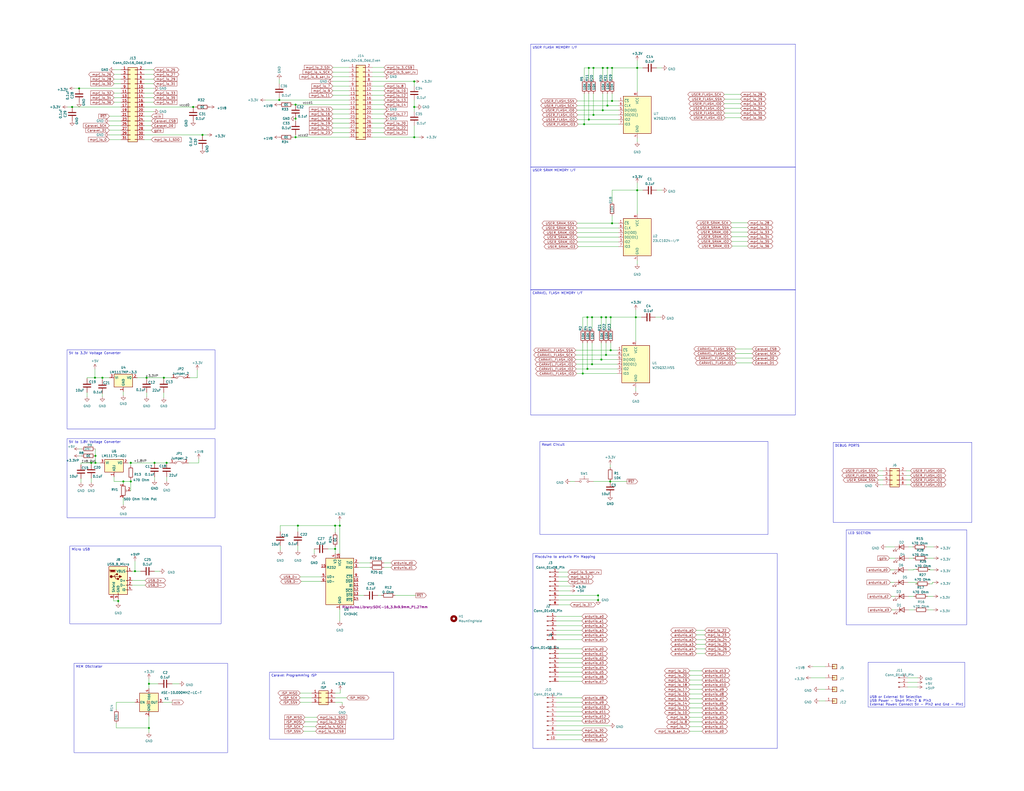
<source format=kicad_sch>
(kicad_sch (version 20230121) (generator eeschema)
  (paper "C")
  (title_block (date "2023-07-21") (rev "1.0.2"))
  (junction (at 347.726 37.084))
  (junction (at 332.994 262.89))
  (junction (at 81.28 373.38))
  (junction (at 71.374 262.89))
  (junction (at 182.88 299.72))
  (junction (at 334.01 55.118))
  (junction (at 328.93 37.084))
  (junction (at 80.01 206.248))
  (junction (at 110.49 73.66))
  (junction (at 67.31 262.89))
  (junction (at 321.31 37.084))
  (junction (at 73.66 311.912))
  (junction (at 323.088 173.228))
  (junction (at 161.29 57.15))
  (junction (at 323.85 37.084))
  (junction (at 331.47 57.658))
  (junction (at 84.328 252.73))
  (junction (at 323.85 62.738))
  (junction (at 320.548 201.422))
  (junction (at 326.39 327.66))
  (junction (at 334.01 121.92))
  (junction (at 330.708 193.802))
  (junction (at 331.47 37.084))
  (junction (at 323.088 198.882))
  (junction (at 105.41 58.42))
  (junction (at 226.06 44.45))
  (junction (at 71.374 252.73))
  (junction (at 326.39 325.12))
  (junction (at 318.77 67.818))
  (junction (at 161.29 74.93))
  (junction (at 89.408 206.248))
  (junction (at 333.248 173.228))
  (junction (at 52.07 252.73))
  (junction (at 333.248 191.262))
  (junction (at 318.008 203.962))
  (junction (at 328.93 60.198))
  (junction (at 328.168 196.342))
  (junction (at 330.708 173.228))
  (junction (at 185.42 287.02))
  (junction (at 49.784 252.73))
  (junction (at 152.4 54.61))
  (junction (at 90.932 252.73))
  (junction (at 226.06 74.93))
  (junction (at 334.01 37.084))
  (junction (at 328.168 173.228))
  (junction (at 162.56 287.02))
  (junction (at 81.28 397.51))
  (junction (at 64.516 328.168))
  (junction (at 347.726 103.886))
  (junction (at 39.37 58.42))
  (junction (at 51.816 206.248))
  (junction (at 182.88 287.02))
  (junction (at 52.07 248.92))
  (junction (at 321.31 65.278))
  (junction (at 43.18 48.26))
  (junction (at 161.29 64.77))
  (junction (at 346.964 173.228))
  (junction (at 226.06 58.42))
  (junction (at 320.548 173.228))
  (junction (at 55.88 206.248))
  (wire (pts (xy 334.01 55.118) (xy 337.566 55.118)))
  (wire (pts (xy 44.196 261.366) (xy 44.196 263.398)))
  (wire (pts (xy 185.42 332.74) (xy 185.42 339.09)))
  (wire (pts (xy 376.428 381.508) (xy 383.032 381.508)))
  (wire (pts (xy 47.498 206.248) (xy 51.816 206.248)))
  (wire (pts (xy 330.708 173.228) (xy 333.248 173.228)))
  (wire (pts (xy 500.38 318.008) (xy 495.554 318.008)))
  (wire (pts (xy 40.64 48.26) (xy 43.18 48.26)))
  (wire (pts (xy 203.2 67.31) (xy 209.55 67.31)))
  (wire (pts (xy 376.428 386.588) (xy 383.032 386.588)))
  (wire (pts (xy 160.02 57.15) (xy 161.29 57.15)))
  (wire (pts (xy 44.196 252.73) (xy 49.784 252.73)))
  (wire (pts (xy 71.374 252.73) (xy 71.374 254.254)))
  (wire (pts (xy 303.53 344.17) (xy 317.5 344.17)))
  (wire (pts (xy 36.83 58.42) (xy 39.37 58.42)))
  (wire (pts (xy 89.408 214.376) (xy 89.408 217.17)))
  (wire (pts (xy 182.88 287.02) (xy 185.42 287.02)))
  (wire (pts (xy 328.93 37.084) (xy 331.47 37.084)))
  (wire (pts (xy 181.61 62.23) (xy 190.5 62.23)))
  (wire (pts (xy 304.8 320.04) (xy 311.15 320.04)))
  (wire (pts (xy 508.762 318.77) (xy 508.762 318.008)))
  (wire (pts (xy 152.4 53.34) (xy 152.4 54.61)))
  (wire (pts (xy 81.28 391.16) (xy 81.28 397.51)))
  (wire (pts (xy 494.538 264.668) (xy 496.824 264.668)))
  (wire (pts (xy 303.53 393.7) (xy 317.5 393.7)))
  (wire (pts (xy 59.69 71.12) (xy 66.04 71.12)))
  (wire (pts (xy 171.45 299.72) (xy 171.45 302.26)))
  (wire (pts (xy 330.708 193.802) (xy 336.804 193.802)))
  (wire (pts (xy 495.3 375.158) (xy 500.634 375.158)))
  (wire (pts (xy 479.298 259.588) (xy 481.838 259.588)))
  (wire (pts (xy 203.2 72.39) (xy 209.55 72.39)))
  (wire (pts (xy 498.602 310.896) (xy 498.602 311.15)))
  (wire (pts (xy 81.28 397.51) (xy 81.28 400.05)))
  (wire (pts (xy 331.47 57.658) (xy 337.566 57.658)))
  (wire (pts (xy 496.062 332.994) (xy 498.856 332.994)))
  (wire (pts (xy 500.38 318.77) (xy 500.38 318.008)))
  (wire (pts (xy 61.976 328.168) (xy 64.516 328.168)))
  (wire (pts (xy 185.42 284.48) (xy 185.42 287.02)))
  (wire (pts (xy 304.8 312.42) (xy 309.88 312.42)))
  (wire (pts (xy 303.53 383.54) (xy 317.5 383.54)))
  (wire (pts (xy 181.61 72.39) (xy 190.5 72.39)))
  (wire (pts (xy 304.8 372.11) (xy 317.5 372.11)))
  (wire (pts (xy 347.726 103.886) (xy 350.774 103.886)))
  (wire (pts (xy 64.516 328.168) (xy 64.516 329.184)))
  (wire (pts (xy 303.53 341.63) (xy 317.5 341.63)))
  (wire (pts (xy 314.452 198.882) (xy 323.088 198.882)))
  (wire (pts (xy 323.85 262.89) (xy 332.994 262.89)))
  (wire (pts (xy 304.8 354.33) (xy 317.5 354.33)))
  (wire (pts (xy 333.248 187.198) (xy 333.248 191.262)))
  (wire (pts (xy 303.53 388.62) (xy 317.5 388.62)))
  (wire (pts (xy 401.828 198.12) (xy 410.464 198.12)))
  (wire (pts (xy 63.5 397.51) (xy 63.5 394.97)))
  (wire (pts (xy 78.74 48.26) (xy 83.82 48.26)))
  (wire (pts (xy 59.69 68.58) (xy 66.04 68.58)))
  (wire (pts (xy 303.53 398.78) (xy 317.5 398.78)))
  (wire (pts (xy 507.492 310.896) (xy 506.984 310.896)))
  (wire (pts (xy 321.31 43.434) (xy 321.31 37.084)))
  (wire (pts (xy 395.478 61.722) (xy 404.114 61.722)))
  (wire (pts (xy 81.28 397.51) (xy 63.5 397.51)))
  (wire (pts (xy 78.74 76.2) (xy 82.55 76.2)))
  (wire (pts (xy 51.816 206.248) (xy 55.88 206.248)))
  (wire (pts (xy 182.88 383.54) (xy 186.69 383.54)))
  (wire (pts (xy 376.428 373.888) (xy 383.032 373.888)))
  (wire (pts (xy 215.646 325.12) (xy 226.822 325.12)))
  (wire (pts (xy 376.428 399.288) (xy 383.032 399.288)))
  (wire (pts (xy 320.548 201.422) (xy 336.804 201.422)))
  (wire (pts (xy 304.8 356.87) (xy 317.5 356.87)))
  (wire (pts (xy 73.66 311.912) (xy 76.708 311.912)))
  (wire (pts (xy 47.498 214.376) (xy 47.498 216.662)))
  (wire (pts (xy 62.23 262.89) (xy 67.31 262.89)))
  (wire (pts (xy 97.79 373.38) (xy 93.98 373.38)))
  (wire (pts (xy 59.69 73.66) (xy 66.04 73.66)))
  (wire (pts (xy 226.06 58.42) (xy 227.33 58.42)))
  (wire (pts (xy 209.55 307.34) (xy 213.36 307.34)))
  (wire (pts (xy 203.2 64.77) (xy 209.55 64.77)))
  (wire (pts (xy 303.53 403.86) (xy 317.5 403.86)))
  (wire (pts (xy 62.23 38.1) (xy 66.04 38.1)))
  (wire (pts (xy 399.034 121.666) (xy 407.924 121.666)))
  (wire (pts (xy 59.69 76.2) (xy 66.04 76.2)))
  (wire (pts (xy 71.374 262.89) (xy 71.374 267.97)))
  (wire (pts (xy 446.786 376.428) (xy 450.342 376.428)))
  (wire (pts (xy 73.66 311.912) (xy 72.136 311.912)))
  (wire (pts (xy 110.49 73.66) (xy 113.03 73.66)))
  (wire (pts (xy 152.908 297.942) (xy 152.908 300.482)))
  (wire (pts (xy 399.288 129.286) (xy 407.924 129.286)))
  (wire (pts (xy 43.18 245.11) (xy 44.45 245.11)))
  (wire (pts (xy 203.2 69.85) (xy 209.55 69.85)))
  (wire (pts (xy 399.288 124.206) (xy 407.924 124.206)))
  (wire (pts (xy 181.61 46.99) (xy 190.5 46.99)))
  (wire (pts (xy 165.608 396.748) (xy 172.212 396.748)))
  (wire (pts (xy 395.224 56.642) (xy 404.114 56.642)))
  (wire (pts (xy 315.214 62.738) (xy 323.85 62.738)))
  (wire (pts (xy 395.478 59.182) (xy 404.114 59.182)))
  (wire (pts (xy 78.74 66.04) (xy 82.55 66.04)))
  (wire (pts (xy 443.484 363.982) (xy 450.342 363.982)))
  (wire (pts (xy 182.88 378.46) (xy 185.674 378.46)))
  (wire (pts (xy 64.516 327.152) (xy 64.516 328.168)))
  (wire (pts (xy 84.328 252.73) (xy 90.932 252.73)))
  (wire (pts (xy 347.726 75.438) (xy 347.726 77.47)))
  (wire (pts (xy 51.816 201.422) (xy 51.816 206.248)))
  (wire (pts (xy 315.214 132.08) (xy 337.566 132.08)))
  (wire (pts (xy 323.088 187.198) (xy 323.088 198.882)))
  (wire (pts (xy 328.168 179.578) (xy 328.168 173.228)))
  (wire (pts (xy 334.01 103.886) (xy 334.01 110.236)))
  (wire (pts (xy 486.41 325.628) (xy 488.188 325.628)))
  (wire (pts (xy 49.784 252.73) (xy 52.07 252.73)))
  (wire (pts (xy 303.53 349.25) (xy 317.5 349.25)))
  (wire (pts (xy 71.374 261.874) (xy 71.374 262.89)))
  (wire (pts (xy 346.964 169.164) (xy 346.964 173.228)))
  (wire (pts (xy 495.3 370.078) (xy 500.888 370.078)))
  (wire (pts (xy 323.85 37.084) (xy 323.85 43.434)))
  (wire (pts (xy 71.374 267.97) (xy 71.12 267.97)))
  (wire (pts (xy 161.29 74.93) (xy 190.5 74.93)))
  (wire (pts (xy 181.61 69.85) (xy 190.5 69.85)))
  (wire (pts (xy 318.008 203.962) (xy 336.804 203.962)))
  (wire (pts (xy 62.23 53.34) (xy 66.04 53.34)))
  (wire (pts (xy 163.83 383.54) (xy 170.18 383.54)))
  (wire (pts (xy 203.2 54.61) (xy 209.55 54.61)))
  (wire (pts (xy 181.61 59.69) (xy 190.5 59.69)))
  (wire (pts (xy 314.96 57.658) (xy 331.47 57.658)))
  (wire (pts (xy 67.31 213.868) (xy 67.31 215.9)))
  (wire (pts (xy 318.008 187.198) (xy 318.008 203.962)))
  (wire (pts (xy 314.198 193.802) (xy 330.708 193.802)))
  (wire (pts (xy 163.83 314.96) (xy 175.26 314.96)))
  (wire (pts (xy 181.61 39.37) (xy 190.5 39.37)))
  (wire (pts (xy 304.8 330.2) (xy 311.15 330.2)))
  (wire (pts (xy 203.2 41.91) (xy 209.55 41.91)))
  (wire (pts (xy 486.664 332.994) (xy 488.442 332.994)))
  (wire (pts (xy 395.732 64.262) (xy 404.114 64.262)))
  (wire (pts (xy 67.31 262.89) (xy 67.31 264.16)))
  (wire (pts (xy 78.74 58.42) (xy 105.41 58.42)))
  (wire (pts (xy 318.77 37.084) (xy 321.31 37.084)))
  (wire (pts (xy 185.674 378.46) (xy 185.674 376.936)))
  (wire (pts (xy 379.984 349.25) (xy 384.81 349.25)))
  (wire (pts (xy 328.168 173.228) (xy 330.708 173.228)))
  (wire (pts (xy 195.58 325.12) (xy 198.628 325.12)))
  (wire (pts (xy 500.38 318.77) (xy 499.618 318.77)))
  (wire (pts (xy 84.328 311.912) (xy 87.122 311.912)))
  (wire (pts (xy 185.42 287.02) (xy 185.42 302.26)))
  (wire (pts (xy 179.07 299.72) (xy 182.88 299.72)))
  (wire (pts (xy 507.238 318.77) (xy 508.762 318.77)))
  (wire (pts (xy 401.574 190.5) (xy 410.464 190.5)))
  (wire (pts (xy 72.136 316.992) (xy 79.248 316.992)))
  (wire (pts (xy 506.476 332.994) (xy 509.27 332.994)))
  (wire (pts (xy 328.168 196.342) (xy 336.804 196.342)))
  (wire (pts (xy 181.61 52.07) (xy 190.5 52.07)))
  (wire (pts (xy 152.4 54.61) (xy 190.5 54.61)))
  (wire (pts (xy 304.8 327.66) (xy 326.39 327.66)))
  (wire (pts (xy 55.88 206.248) (xy 59.69 206.248)))
  (wire (pts (xy 318.008 173.228) (xy 318.008 179.578)))
  (wire (pts (xy 63.5 383.54) (xy 73.66 383.54)))
  (wire (pts (xy 182.88 287.02) (xy 182.88 290.83)))
  (wire (pts (xy 182.88 381) (xy 189.23 381)))
  (wire (pts (xy 498.602 310.896) (xy 499.872 310.896)))
  (wire (pts (xy 314.96 121.92) (xy 334.01 121.92)))
  (wire (pts (xy 376.428 396.748) (xy 383.032 396.748)))
  (wire (pts (xy 323.85 62.738) (xy 337.566 62.738)))
  (wire (pts (xy 320.548 173.228) (xy 323.088 173.228)))
  (wire (pts (xy 328.93 60.198) (xy 337.566 60.198)))
  (wire (pts (xy 331.47 37.084) (xy 334.01 37.084)))
  (wire (pts (xy 164.338 317.5) (xy 175.26 317.5)))
  (wire (pts (xy 203.2 59.69) (xy 209.55 59.69)))
  (wire (pts (xy 303.53 381) (xy 317.5 381)))
  (wire (pts (xy 209.55 309.88) (xy 213.36 309.88)))
  (wire (pts (xy 331.47 51.054) (xy 331.47 57.658)))
  (wire (pts (xy 203.2 62.23) (xy 209.55 62.23)))
  (wire (pts (xy 494.538 259.588) (xy 496.824 259.588)))
  (wire (pts (xy 78.74 40.64) (xy 83.82 40.64)))
  (wire (pts (xy 203.2 57.15) (xy 209.55 57.15)))
  (wire (pts (xy 314.198 191.262) (xy 333.248 191.262)))
  (wire (pts (xy 495.3 372.618) (xy 500.634 372.618)))
  (wire (pts (xy 62.23 260.35) (xy 62.23 262.89)))
  (wire (pts (xy 144.78 54.61) (xy 152.4 54.61)))
  (wire (pts (xy 206.248 325.12) (xy 208.026 325.12)))
  (wire (pts (xy 379.984 344.17) (xy 384.556 344.17)))
  (wire (pts (xy 311.15 262.89) (xy 313.69 262.89)))
  (wire (pts (xy 84.328 260.35) (xy 84.328 262.128)))
  (wire (pts (xy 479.298 257.048) (xy 481.838 257.048)))
  (wire (pts (xy 318.008 173.228) (xy 320.548 173.228)))
  (wire (pts (xy 357.632 173.228) (xy 360.426 173.228)))
  (wire (pts (xy 379.984 354.33) (xy 384.81 354.33)))
  (wire (pts (xy 78.74 71.12) (xy 82.55 71.12)))
  (wire (pts (xy 62.23 43.18) (xy 66.04 43.18)))
  (wire (pts (xy 72.136 319.532) (xy 79.248 319.532)))
  (wire (pts (xy 506.984 310.896) (xy 506.984 311.15)))
  (wire (pts (xy 334.01 103.886) (xy 347.726 103.886)))
  (wire (pts (xy 78.74 63.5) (xy 82.55 63.5)))
  (wire (pts (xy 186.69 383.54) (xy 186.69 384.556)))
  (wire (pts (xy 162.56 297.942) (xy 162.56 300.482)))
  (wire (pts (xy 447.04 382.778) (xy 450.342 382.778)))
  (wire (pts (xy 332.994 262.89) (xy 342.138 262.89)))
  (wire (pts (xy 395.224 51.562) (xy 404.114 51.562)))
  (wire (pts (xy 78.74 43.18) (xy 83.82 43.18)))
  (wire (pts (xy 379.984 351.79) (xy 384.81 351.79)))
  (wire (pts (xy 508.762 318.008) (xy 509.524 318.008)))
  (wire (pts (xy 161.29 73.66) (xy 161.29 74.93)))
  (wire (pts (xy 315.468 134.62) (xy 337.566 134.62)))
  (wire (pts (xy 107.696 206.248) (xy 103.632 206.248)))
  (wire (pts (xy 166.37 394.208) (xy 172.974 394.208)))
  (wire (pts (xy 304.8 317.5) (xy 309.88 317.5)))
  (wire (pts (xy 320.548 179.578) (xy 320.548 173.228)))
  (wire (pts (xy 43.18 48.26) (xy 66.04 48.26)))
  (wire (pts (xy 78.74 68.58) (xy 82.55 68.58)))
  (wire (pts (xy 328.93 51.054) (xy 328.93 60.198)))
  (wire (pts (xy 78.74 55.88) (xy 83.82 55.88)))
  (wire (pts (xy 226.06 54.61) (xy 226.06 58.42)))
  (wire (pts (xy 358.394 37.084) (xy 361.188 37.084)))
  (wire (pts (xy 166.37 391.668) (xy 172.974 391.668)))
  (wire (pts (xy 323.088 198.882) (xy 336.804 198.882)))
  (wire (pts (xy 73.66 306.324) (xy 73.66 311.912)))
  (wire (pts (xy 346.964 211.582) (xy 346.964 213.614)))
  (wire (pts (xy 89.408 206.248) (xy 93.472 206.248)))
  (wire (pts (xy 303.53 339.09) (xy 317.5 339.09)))
  (wire (pts (xy 347.726 142.24) (xy 347.726 144.272)))
  (wire (pts (xy 315.214 65.278) (xy 321.31 65.278)))
  (wire (pts (xy 333.248 173.228) (xy 346.964 173.228)))
  (wire (pts (xy 181.61 44.45) (xy 190.5 44.45)))
  (wire (pts (xy 59.69 63.5) (xy 66.04 63.5)))
  (wire (pts (xy 506.984 311.15) (xy 509.524 311.15)))
  (wire (pts (xy 81.28 373.38) (xy 81.28 375.92)))
  (wire (pts (xy 323.85 37.084) (xy 328.93 37.084)))
  (wire (pts (xy 347.726 33.02) (xy 347.726 37.084)))
  (wire (pts (xy 333.248 173.228) (xy 333.248 179.578)))
  (wire (pts (xy 78.74 50.8) (xy 83.82 50.8)))
  (wire (pts (xy 334.01 117.856) (xy 334.01 121.92)))
  (wire (pts (xy 203.2 49.53) (xy 209.55 49.53)))
  (wire (pts (xy 203.2 46.99) (xy 209.55 46.99)))
  (wire (pts (xy 315.214 129.54) (xy 337.566 129.54)))
  (wire (pts (xy 78.74 45.72) (xy 83.82 45.72)))
  (wire (pts (xy 181.61 49.53) (xy 190.5 49.53)))
  (wire (pts (xy 376.428 394.208) (xy 383.032 394.208)))
  (wire (pts (xy 303.53 336.55) (xy 317.5 336.55)))
  (wire (pts (xy 326.39 327.66) (xy 326.39 325.12)))
  (wire (pts (xy 304.8 325.12) (xy 326.39 325.12)))
  (wire (pts (xy 326.39 325.12) (xy 326.39 324.993)))
  (wire (pts (xy 485.902 311.15) (xy 487.934 311.15)))
  (wire (pts (xy 323.088 173.228) (xy 323.088 179.578)))
  (wire (pts (xy 314.198 196.342) (xy 328.168 196.342)))
  (wire (pts (xy 44.196 252.73) (xy 44.196 253.746)))
  (wire (pts (xy 226.06 58.42) (xy 226.06 60.96)))
  (wire (pts (xy 226.06 44.45) (xy 226.06 46.99)))
  (wire (pts (xy 152.908 290.322) (xy 152.908 287.02)))
  (wire (pts (xy 318.77 37.084) (xy 318.77 43.434)))
  (wire (pts (xy 90.932 252.73) (xy 92.71 252.73)))
  (wire (pts (xy 80.01 214.376) (xy 80.01 216.662)))
  (wire (pts (xy 376.428 384.048) (xy 383.032 384.048)))
  (wire (pts (xy 78.74 60.96) (xy 83.82 60.96)))
  (wire (pts (xy 399.542 134.366) (xy 407.924 134.366)))
  (wire (pts (xy 321.31 37.084) (xy 323.85 37.084)))
  (wire (pts (xy 320.548 187.198) (xy 320.548 201.422)))
  (wire (pts (xy 78.74 73.66) (xy 110.49 73.66)))
  (wire (pts (xy 162.56 287.02) (xy 182.88 287.02)))
  (wire (pts (xy 496.062 304.8) (xy 498.348 304.8)))
  (wire (pts (xy 376.428 389.128) (xy 383.032 389.128)))
  (wire (pts (xy 62.23 50.8) (xy 66.04 50.8)))
  (wire (pts (xy 55.88 214.884) (xy 55.88 216.662)))
  (wire (pts (xy 78.74 38.1) (xy 83.82 38.1)))
  (wire (pts (xy 376.428 376.428) (xy 383.032 376.428)))
  (wire (pts (xy 399.034 126.746) (xy 407.924 126.746)))
  (wire (pts (xy 347.726 99.822) (xy 347.726 103.886)))
  (wire (pts (xy 495.808 325.628) (xy 498.602 325.628)))
  (wire (pts (xy 347.726 37.084) (xy 350.774 37.084)))
  (wire (pts (xy 318.77 67.818) (xy 337.566 67.818)))
  (wire (pts (xy 304.8 314.96) (xy 309.88 314.96)))
  (wire (pts (xy 498.602 311.15) (xy 495.554 311.15)))
  (wire (pts (xy 107.696 201.93) (xy 107.696 206.248)))
  (wire (pts (xy 494.538 262.128) (xy 496.824 262.128)))
  (wire (pts (xy 78.74 53.34) (xy 83.82 53.34)))
  (wire (pts (xy 442.468 370.078) (xy 450.342 370.078)))
  (wire (pts (xy 108.458 250.444) (xy 108.458 252.73)))
  (wire (pts (xy 182.88 299.72) (xy 182.88 302.26)))
  (wire (pts (xy 303.53 346.71) (xy 317.5 346.71)))
  (wire (pts (xy 52.07 252.73) (xy 54.61 252.73)))
  (wire (pts (xy 323.088 173.228) (xy 328.168 173.228)))
  (wire (pts (xy 328.93 43.434) (xy 328.93 37.084)))
  (wire (pts (xy 304.8 361.95) (xy 317.5 361.95)))
  (wire (pts (xy 304.8 359.41) (xy 317.5 359.41)))
  (wire (pts (xy 226.06 68.58) (xy 226.06 74.93)))
  (wire (pts (xy 161.29 64.77) (xy 161.29 66.04)))
  (wire (pts (xy 181.61 41.91) (xy 190.5 41.91)))
  (wire (pts (xy 347.726 116.84) (xy 347.726 103.886)))
  (wire (pts (xy 161.29 57.15) (xy 190.5 57.15)))
  (wire (pts (xy 165.608 399.288) (xy 172.212 399.288)))
  (wire (pts (xy 485.902 318.008) (xy 487.934 318.008)))
  (wire (pts (xy 321.31 65.278) (xy 337.566 65.278)))
  (wire (pts (xy 314.96 60.198) (xy 328.93 60.198)))
  (wire (pts (xy 485.394 304.8) (xy 488.442 304.8)))
  (wire (pts (xy 152.4 43.18) (xy 152.4 45.72)))
  (wire (pts (xy 323.85 51.054) (xy 323.85 62.738)))
  (wire (pts (xy 69.85 252.73) (xy 71.374 252.73)))
  (wire (pts (xy 52.07 248.92) (xy 52.07 252.73)))
  (wire (pts (xy 334.01 51.054) (xy 334.01 55.118)))
  (wire (pts (xy 505.714 298.704) (xy 509.524 298.704)))
  (wire (pts (xy 303.53 396.24) (xy 332.74 396.24)))
  (wire (pts (xy 80.01 206.248) (xy 80.01 206.756)))
  (wire (pts (xy 328.168 187.198) (xy 328.168 196.342)))
  (wire (pts (xy 163.83 381) (xy 170.18 381)))
  (wire (pts (xy 195.58 309.88) (xy 201.93 309.88)))
  (wire (pts (xy 162.56 290.322) (xy 162.56 287.02)))
  (wire (pts (xy 59.69 66.04) (xy 66.04 66.04)))
  (wire (pts (xy 90.932 260.35) (xy 90.932 262.636)))
  (wire (pts (xy 331.47 37.084) (xy 331.47 43.434)))
  (wire (pts (xy 479.298 262.128) (xy 481.838 262.128)))
  (wire (pts (xy 395.478 54.102) (xy 404.114 54.102)))
  (wire (pts (xy 376.428 378.968) (xy 383.032 378.968)))
  (wire (pts (xy 163.83 378.46) (xy 170.18 378.46)))
  (wire (pts (xy 67.31 271.78) (xy 67.31 275.59)))
  (wire (pts (xy 376.428 371.348) (xy 383.032 371.348)))
  (wire (pts (xy 483.362 298.704) (xy 488.188 298.704)))
  (wire (pts (xy 108.458 252.73) (xy 102.87 252.73)))
  (wire (pts (xy 62.23 55.88) (xy 66.04 55.88)))
  (wire (pts (xy 81.28 370.586) (xy 81.28 373.38)))
  (wire (pts (xy 304.8 364.49) (xy 317.5 364.49)))
  (wire (pts (xy 105.41 58.42) (xy 106.68 58.42)))
  (wire (pts (xy 152.908 287.02) (xy 162.56 287.02)))
  (wire (pts (xy 304.8 369.57) (xy 317.5 369.57)))
  (wire (pts (xy 347.726 50.038) (xy 347.726 37.084)))
  (wire (pts (xy 203.2 52.07) (xy 209.55 52.07)))
  (wire (pts (xy 330.708 173.228) (xy 330.708 179.578)))
  (wire (pts (xy 505.968 304.8) (xy 509.524 304.8)))
  (wire (pts (xy 376.428 391.668) (xy 383.032 391.668)))
  (wire (pts (xy 160.02 74.93) (xy 161.29 74.93)))
  (wire (pts (xy 303.53 386.08) (xy 317.5 386.08)))
  (wire (pts (xy 314.96 55.118) (xy 334.01 55.118)))
  (wire (pts (xy 89.408 206.248) (xy 89.408 206.756)))
  (wire (pts (xy 346.964 173.228) (xy 350.012 173.228)))
  (wire (pts (xy 334.01 121.92) (xy 337.566 121.92)))
  (wire (pts (xy 203.2 44.45) (xy 226.06 44.45)))
  (wire (pts (xy 401.574 193.04) (xy 410.464 193.04)))
  (wire (pts (xy 88.9 383.54) (xy 93.98 383.54)))
  (wire (pts (xy 304.8 367.03) (xy 317.5 367.03)))
  (wire (pts (xy 314.96 124.46) (xy 337.566 124.46)))
  (wire (pts (xy 376.428 366.268) (xy 383.032 366.268)))
  (wire (pts (xy 47.498 206.756) (xy 47.498 206.248)))
  (wire (pts (xy 81.28 373.38) (xy 86.36 373.38)))
  (wire (pts (xy 494.538 257.048) (xy 496.824 257.048)))
  (wire (pts (xy 182.88 298.45) (xy 182.88 299.72)))
  (wire (pts (xy 52.07 245.11) (xy 52.07 248.92)))
  (wire (pts (xy 333.248 191.262) (xy 336.804 191.262)))
  (wire (pts (xy 304.8 322.58) (xy 311.15 322.58)))
  (wire (pts (xy 330.708 187.198) (xy 330.708 193.802)))
  (wire (pts (xy 63.5 383.54) (xy 63.5 387.35)))
  (wire (pts (xy 67.31 262.89) (xy 71.374 262.89)))
  (wire (pts (xy 39.37 58.42) (xy 66.04 58.42)))
  (wire (pts (xy 321.31 51.054) (xy 321.31 65.278)))
  (wire (pts (xy 376.428 368.808) (xy 383.032 368.808)))
  (wire (pts (xy 203.2 36.83) (xy 209.55 36.83)))
  (wire (pts (xy 314.452 201.422) (xy 320.548 201.422)))
  (wire (pts (xy 303.53 391.16) (xy 317.5 391.16)))
  (wire (pts (xy 74.93 206.248) (xy 80.01 206.248)))
  (wire (pts (xy 399.288 131.826) (xy 407.924 131.826)))
  (wire (pts (xy 226.06 74.93) (xy 228.6 74.93)))
  (wire (pts (xy 334.01 37.084) (xy 334.01 43.434)))
  (wire (pts (xy 62.23 45.72) (xy 66.04 45.72)))
  (wire (pts (xy 203.2 74.93) (xy 226.06 74.93)))
  (wire (pts (xy 62.23 40.64) (xy 66.04 40.64)))
  (wire (pts (xy 318.77 51.054) (xy 318.77 67.818)))
  (wire (pts (xy 480.314 264.668) (xy 481.838 264.668)))
  (wire (pts (xy 315.468 67.818) (xy 318.77 67.818)))
  (wire (pts (xy 379.984 356.87) (xy 384.81 356.87)))
  (wire (pts (xy 80.01 206.248) (xy 89.408 206.248)))
  (wire (pts (xy 334.01 37.084) (xy 347.726 37.084)))
  (wire (pts (xy 314.706 203.962) (xy 318.008 203.962)))
  (wire (pts (xy 379.984 346.71) (xy 384.556 346.71)))
  (wire (pts (xy 61.976 327.152) (xy 61.976 328.168)))
  (wire (pts (xy 181.61 36.83) (xy 190.5 36.83)))
  (wire (pts (xy 314.96 127) (xy 337.566 127)))
  (wire (pts (xy 195.58 307.34) (xy 201.93 307.34)))
  (wire (pts (xy 495.808 298.704) (xy 498.094 298.704)))
  (wire (pts (xy 332.994 253.746) (xy 332.994 255.27)))
  (wire (pts (xy 49.784 261.112) (xy 49.784 263.398)))
  (wire (pts (xy 43.18 248.92) (xy 44.45 248.92)))
  (wire (pts (xy 346.964 186.182) (xy 346.964 173.228)))
  (wire (pts (xy 506.222 325.628) (xy 509.27 325.628)))
  (wire (pts (xy 401.574 195.58) (xy 410.464 195.58)))
  (wire (pts (xy 71.374 252.73) (xy 84.328 252.73)))
  (wire (pts (xy 181.61 67.31) (xy 190.5 67.31)))
  (wire (pts (xy 49.784 253.492) (xy 49.784 252.73)))
  (wire (pts (xy 181.61 64.77) (xy 190.5 64.77)))
  (wire (pts (xy 203.2 39.37) (xy 209.55 39.37)))
  (wire (pts (xy 303.53 401.32) (xy 317.5 401.32)))
  (wire (pts (xy 55.88 207.264) (xy 55.88 206.248)))
  (wire (pts (xy 358.394 103.886) (xy 361.188 103.886)))
  (rectangle (start 473.71 361.696) (end 526.542 386.08))
  (text_box "MEM OScillator" (at 40.386 362.204 0) (size 83.82 48.768) (effects (font (size 1.27 1.27)) (justify left top)))
  (text_box "5V to 3.3V Voltage Converter" (at 36.576 191.008 0) (size 80.772 43.18) (effects (font (size 1.27 1.27)) (justify left top)))
  (text_box "LED SECTION" (at 461.772 289.306 0) (size 65.786 51.816) (effects (font (size 1.27 1.27)) (justify left top)))
  (text_box "Riscduino to ardunio Pin Mapping" (at 290.83 302.26 0) (size 133.35 106.426) (effects (font (size 1.27 1.27)) (justify left top)))
  (text_box "Micro USB" (at 38.1 298.196 0) (size 82.55 42.418) (effects (font (size 1.27 1.27)) (justify left top)))
  (text_box "USER SRAM MEMORY I/F" (at 289.56 91.186 0) (size 144.526 67.056) (effects (font (size 1.27 1.27)) (justify left top)))
  (text_box "DEBUG PORTS" (at 454.66 241.554 0) (size 75.692 43.688) (effects (font (size 1.27 1.27)) (justify left top)))
  (text_box "Caravel Programming ISP" (at 147.066 367.03 0) (size 67.818 36.576) (effects (font (size 1.27 1.27)) (justify left top)))
  (text_box "USER FLASH MEMORY I/F" (at 289.56 24.13 0) (size 144.526 67.056) (effects (font (size 1.27 1.27)) (justify left top)))
  (text_box "5V to 1.8V Voltage Converter" (at 36.576 239.522 0) (size 80.772 43.18) (effects (font (size 1.27 1.27)) (justify left top)))
  (text_box "Reset Circuit" (at 294.64 241.046 0) (size 124.46 50.8) (effects (font (size 1.27 1.27)) (justify left top)))
  (text_box "CARAVEL FLASH MEMORY I/F" (at 289.56 158.242 0) (size 144.526 68.326) (effects (font (size 1.27 1.27)) (justify left top)))
  (text "USB or External 5V Selection\nUSB Power - Short Pin-2 & Pin3\nExternal Power: Connect 5V - Pin2 and Gnd - Pin1" (at 474.472 385.572 0) (effects (font (size 1.27 1.27)) (justify left bottom)))
  (label "1V8_Ref" (at 44.45 252.984 0))
  (label "vccd0" (at 97.79 58.42 0))
  (label "+1.8VP" (at 72.898 252.73 0))
  (label "+3.3VP" (at 79.248 206.248 0))
  (label "vccd2" (at 162.56 74.93 0))
  (label "vccd1" (at 165.1 57.15 0))
  (global_label "USER_FLASH_SCK" (shape bidirectional) (at 395.224 51.562 180) (property "Intersheetrefs" "${INTERSHEET_REFS}" (effects hide)))
  (global_label "ardunio_d1" (shape input) (at 485.902 318.008 180) (property "Intersheetrefs" "${INTERSHEET_REFS}" (effects hide)))
  (global_label "USER_FLASH_SSN" (shape bidirectional) (at 314.96 55.118 180) (property "Intersheetrefs" "${INTERSHEET_REFS}" (effects hide)))
  (global_label "Caravel_D0" (shape input) (at 82.55 68.58 0) (property "Intersheetrefs" "${INTERSHEET_REFS}" (effects hide)))
  (global_label "ardunio_d4" (shape bidirectional) (at 317.5 364.49 0) (property "Intersheetrefs" "${INTERSHEET_REFS}" (effects hide)))
  (global_label "ardunio_d6" (shape bidirectional) (at 383.032 384.048 0) (property "Intersheetrefs" "${INTERSHEET_REFS}" (effects hide)))
  (global_label "mprj_io_24" (shape bidirectional) (at 384.81 349.25 0) (property "Intersheetrefs" "${INTERSHEET_REFS}" (effects hide)))
  (global_label "ISP_MISO" (shape bidirectional) (at 163.83 378.46 180) (property "Intersheetrefs" "${INTERSHEET_REFS}" (effects hide)))
  (global_label "mprj_io_34" (shape input) (at 62.23 53.34 180) (property "Intersheetrefs" "${INTERSHEET_REFS}" (effects hide)))
  (global_label "mprj_io_1_SDO" (shape input) (at 82.55 76.2 0) (property "Intersheetrefs" "${INTERSHEET_REFS}" (effects hide)))
  (global_label "mprj_io_32" (shape input) (at 62.23 50.8 180) (property "Intersheetrefs" "${INTERSHEET_REFS}" (effects hide)))
  (global_label "ardunio_d1" (shape bidirectional) (at 383.032 396.748 0) (property "Intersheetrefs" "${INTERSHEET_REFS}" (effects hide)))
  (global_label "USER_FLASH_SCK" (shape bidirectional) (at 479.298 257.048 180) (property "Intersheetrefs" "${INTERSHEET_REFS}" (effects hide)))
  (global_label "mprj_io_19" (shape input) (at 181.61 67.31 180) (property "Intersheetrefs" "${INTERSHEET_REFS}" (effects hide)))
  (global_label "mprj_io_16" (shape bidirectional) (at 376.428 378.968 180) (property "Intersheetrefs" "${INTERSHEET_REFS}" (effects hide)))
  (global_label "ardunio_a1" (shape bidirectional) (at 379.984 346.71 180) (property "Intersheetrefs" "${INTERSHEET_REFS}" (effects hide)))
  (global_label "USB_D-" (shape bidirectional) (at 79.248 319.532 0) (property "Intersheetrefs" "${INTERSHEET_REFS}" (effects hide)))
  (global_label "mprj_io_22" (shape bidirectional) (at 384.556 344.17 0) (property "Intersheetrefs" "${INTERSHEET_REFS}" (effects hide)))
  (global_label "ISP_SCK" (shape bidirectional) (at 163.83 381 180) (property "Intersheetrefs" "${INTERSHEET_REFS}" (effects hide)))
  (global_label "ardunio_d1" (shape bidirectional) (at 213.36 309.88 0) (property "Intersheetrefs" "${INTERSHEET_REFS}" (effects hide)))
  (global_label "USER_FLASH_SSN" (shape bidirectional) (at 395.478 54.102 180) (property "Intersheetrefs" "${INTERSHEET_REFS}" (effects hide)))
  (global_label "ardunio_a3" (shape bidirectional) (at 379.984 351.79 180) (property "Intersheetrefs" "${INTERSHEET_REFS}" (effects hide)))
  (global_label "mprj_io_6_ser_tx" (shape bidirectional) (at 376.428 399.288 180) (property "Intersheetrefs" "${INTERSHEET_REFS}" (effects hide)))
  (global_label "mprj_io_7" (shape bidirectional) (at 376.428 396.748 180) (property "Intersheetrefs" "${INTERSHEET_REFS}" (effects hide)))
  (global_label "mprj_io_14" (shape input) (at 209.55 57.15 0) (property "Intersheetrefs" "${INTERSHEET_REFS}" (effects hide)))
  (global_label "mprj_io_28" (shape bidirectional) (at 404.114 51.562 0) (property "Intersheetrefs" "${INTERSHEET_REFS}" (effects hide)))
  (global_label "mprj_io_5_ser_rx" (shape input) (at 309.88 312.42 0) (property "Intersheetrefs" "${INTERSHEET_REFS}" (effects hide)))
  (global_label "mprj_io_8" (shape bidirectional) (at 376.428 394.208 180) (property "Intersheetrefs" "${INTERSHEET_REFS}" (effects hide)))
  (global_label "mprj_io_0" (shape input) (at 59.69 76.2 180) (property "Intersheetrefs" "${INTERSHEET_REFS}" (effects hide)))
  (global_label "mprj_io_25" (shape bidirectional) (at 384.81 351.79 0) (property "Intersheetrefs" "${INTERSHEET_REFS}" (effects hide)))
  (global_label "mprj_io_6_ser_tx" (shape input) (at 181.61 41.91 180) (property "Intersheetrefs" "${INTERSHEET_REFS}" (effects hide)))
  (global_label "ardunio_d2" (shape bidirectional) (at 317.5 359.41 0) (property "Intersheetrefs" "${INTERSHEET_REFS}" (effects hide)))
  (global_label "ardunio_d11" (shape bidirectional) (at 383.032 371.348 0) (property "Intersheetrefs" "${INTERSHEET_REFS}" (effects hide)))
  (global_label "ardunio_a5" (shape bidirectional) (at 379.984 356.87 180) (property "Intersheetrefs" "${INTERSHEET_REFS}" (effects hide)))
  (global_label "USER_FLASH_IO2" (shape bidirectional) (at 395.478 61.722 180) (property "Intersheetrefs" "${INTERSHEET_REFS}" (effects hide)))
  (global_label "mprj_io_2_SDI" (shape input) (at 172.974 394.208 0) (property "Intersheetrefs" "${INTERSHEET_REFS}" (effects hide)))
  (global_label "USER_SRAM_SSN" (shape bidirectional) (at 399.288 124.206 180) (property "Intersheetrefs" "${INTERSHEET_REFS}" (effects hide)))
  (global_label "mprj_io_13" (shape input) (at 209.55 54.61 0) (property "Intersheetrefs" "${INTERSHEET_REFS}" (effects hide)))
  (global_label "ISP_SCK" (shape input) (at 165.608 396.748 180) (property "Intersheetrefs" "${INTERSHEET_REFS}" (effects hide)))
  (global_label "mprj_io_28" (shape input) (at 62.23 43.18 180) (property "Intersheetrefs" "${INTERSHEET_REFS}" (effects hide)))
  (global_label "CARAVEL_FLASH_IO1" (shape bidirectional) (at 401.828 198.12 180) (property "Intersheetrefs" "${INTERSHEET_REFS}" (effects hide)))
  (global_label "mprj_io_29" (shape bidirectional) (at 404.114 54.102 0) (property "Intersheetrefs" "${INTERSHEET_REFS}" (effects hide)))
  (global_label "mprj_io_35" (shape bidirectional) (at 404.114 61.722 0) (property "Intersheetrefs" "${INTERSHEET_REFS}" (effects hide)))
  (global_label "mprj_io_33" (shape input) (at 83.82 50.8 0) (property "Intersheetrefs" "${INTERSHEET_REFS}" (effects hide)))
  (global_label "USB_D+" (shape bidirectional) (at 79.248 316.992 0) (property "Intersheetrefs" "${INTERSHEET_REFS}" (effects hide)))
  (global_label "USER_FLASH_IO1" (shape bidirectional) (at 395.478 59.182 180) (property "Intersheetrefs" "${INTERSHEET_REFS}" (effects hide)))
  (global_label "mprj_io_2_SDI" (shape input) (at 181.61 36.83 180) (property "Intersheetrefs" "${INTERSHEET_REFS}" (effects hide)))
  (global_label "USER_SRAM_IO0" (shape bidirectional) (at 399.034 126.746 180) (property "Intersheetrefs" "${INTERSHEET_REFS}" (effects hide)))
  (global_label "USB_D+" (shape bidirectional) (at 163.83 314.96 180) (property "Intersheetrefs" "${INTERSHEET_REFS}" (effects hide)))
  (global_label "mprj_io_30" (shape bidirectional) (at 317.5 398.78 0) (property "Intersheetrefs" "${INTERSHEET_REFS}" (effects hide)))
  (global_label "USER_SRAM_IO1" (shape bidirectional) (at 315.214 129.54 180) (property "Intersheetrefs" "${INTERSHEET_REFS}" (effects hide)))
  (global_label "CARAVEL_FLASH_IO2" (shape bidirectional) (at 314.452 201.422 180) (property "Intersheetrefs" "${INTERSHEET_REFS}" (effects hide)))
  (global_label "ardunio_d9" (shape bidirectional) (at 383.032 376.428 0) (property "Intersheetrefs" "${INTERSHEET_REFS}" (effects hide)))
  (global_label "xclk" (shape input) (at 82.55 63.5 0) (property "Intersheetrefs" "${INTERSHEET_REFS}" (effects hide)))
  (global_label "CARAVEL_FLASH_SCK" (shape bidirectional) (at 401.574 193.04 180) (property "Intersheetrefs" "${INTERSHEET_REFS}" (effects hide)))
  (global_label "gpio" (shape input) (at 82.55 71.12 0) (property "Intersheetrefs" "${INTERSHEET_REFS}" (effects hide)))
  (global_label "mprj_io_35" (shape input) (at 83.82 53.34 0) (property "Intersheetrefs" "${INTERSHEET_REFS}" (effects hide)))
  (global_label "mprj_io_17" (shape bidirectional) (at 376.428 376.428 180) (property "Intersheetrefs" "${INTERSHEET_REFS}" (effects hide)))
  (global_label "mprj_io_12" (shape bidirectional) (at 309.88 314.96 0) (property "Intersheetrefs" "${INTERSHEET_REFS}" (effects hide)))
  (global_label "mprj_io_26" (shape bidirectional) (at 384.81 354.33 0) (property "Intersheetrefs" "${INTERSHEET_REFS}" (effects hide)))
  (global_label "ISP_SSN" (shape bidirectional) (at 163.83 383.54 180) (property "Intersheetrefs" "${INTERSHEET_REFS}" (effects hide)))
  (global_label "mprj_io_14" (shape bidirectional) (at 376.428 384.048 180) (property "Intersheetrefs" "${INTERSHEET_REFS}" (effects hide)))
  (global_label "mprj_io_4_SCK" (shape input) (at 181.61 39.37 180) (property "Intersheetrefs" "${INTERSHEET_REFS}" (effects hide)))
  (global_label "USER_SRAM_SSN" (shape bidirectional) (at 314.96 121.92 180) (property "Intersheetrefs" "${INTERSHEET_REFS}" (effects hide)))
  (global_label "ardunio_d7" (shape bidirectional) (at 383.032 381.508 0) (property "Intersheetrefs" "${INTERSHEET_REFS}" (effects hide)))
  (global_label "mprj_io_36" (shape bidirectional) (at 407.924 134.366 0) (property "Intersheetrefs" "${INTERSHEET_REFS}" (effects hide)))
  (global_label "mprj_io_31" (shape input) (at 83.82 45.72 0) (property "Intersheetrefs" "${INTERSHEET_REFS}" (effects hide)))
  (global_label "mprj_io_24" (shape input) (at 209.55 72.39 0) (property "Intersheetrefs" "${INTERSHEET_REFS}" (effects hide)))
  (global_label "mprj_io_4_SCK" (shape input) (at 172.212 396.748 0) (property "Intersheetrefs" "${INTERSHEET_REFS}" (effects hide)))
  (global_label "ardunio_a4" (shape bidirectional) (at 379.984 354.33 180) (property "Intersheetrefs" "${INTERSHEET_REFS}" (effects hide)))
  (global_label "CARAVEL_FLASH_IO0" (shape bidirectional) (at 314.198 196.342 180) (property "Intersheetrefs" "${INTERSHEET_REFS}" (effects hide)))
  (global_label "ardunio_d8" (shape bidirectional) (at 317.5 381 0) (property "Intersheetrefs" "${INTERSHEET_REFS}" (effects hide)))
  (global_label "Caravel_D1" (shape input) (at 59.69 71.12 180) (property "Intersheetrefs" "${INTERSHEET_REFS}" (effects hide)))
  (global_label "USER_SRAM_IO2" (shape bidirectional) (at 399.288 131.826 180) (property "Intersheetrefs" "${INTERSHEET_REFS}" (effects hide)))
  (global_label "ardunio_d9" (shape bidirectional) (at 317.5 383.54 0) (property "Intersheetrefs" "${INTERSHEET_REFS}" (effects hide)))
  (global_label "USER_FLASH_IO2" (shape bidirectional) (at 496.824 262.128 0) (property "Intersheetrefs" "${INTERSHEET_REFS}" (effects hide)))
  (global_label "USER_FLASH_SSN" (shape bidirectional) (at 479.298 259.588 180) (property "Intersheetrefs" "${INTERSHEET_REFS}" (effects hide)))
  (global_label "mprj_io_33" (shape bidirectional) (at 407.924 126.746 0) (property "Intersheetrefs" "${INTERSHEET_REFS}" (effects hide)))
  (global_label "mprj_io_5_ser_rx" (shape input) (at 209.55 39.37 0) (property "Intersheetrefs" "${INTERSHEET_REFS}" (effects hide)))
  (global_label "USER_FLASH_IO2" (shape bidirectional) (at 315.214 65.278 180) (property "Intersheetrefs" "${INTERSHEET_REFS}" (effects hide)))
  (global_label "mprj_io_12" (shape input) (at 209.55 52.07 0) (property "Intersheetrefs" "${INTERSHEET_REFS}" (effects hide)))
  (global_label "mprj_io_36" (shape input) (at 62.23 55.88 180) (property "Intersheetrefs" "${INTERSHEET_REFS}" (effects hide)))
  (global_label "mprj_io_10" (shape input) (at 209.55 49.53 0) (property "Intersheetrefs" "${INTERSHEET_REFS}" (effects hide)))
  (global_label "ardunio_d0" (shape bidirectional) (at 317.5 354.33 0) (property "Intersheetrefs" "${INTERSHEET_REFS}" (effects hide)))
  (global_label "ardunio_d11" (shape bidirectional) (at 317.5 388.62 0) (property "Intersheetrefs" "${INTERSHEET_REFS}" (effects hide)))
  (global_label "ardunio_d10" (shape bidirectional) (at 383.032 373.888 0) (property "Intersheetrefs" "${INTERSHEET_REFS}" (effects hide)))
  (global_label "ardunio_d10" (shape bidirectional) (at 317.5 386.08 0) (property "Intersheetrefs" "${INTERSHEET_REFS}" (effects hide)))
  (global_label "USER_FLASH_IO0" (shape bidirectional) (at 395.224 56.642 180) (property "Intersheetrefs" "${INTERSHEET_REFS}" (effects hide)))
  (global_label "ardunio_d3" (shape bidirectional) (at 383.032 391.668 0) (property "Intersheetrefs" "${INTERSHEET_REFS}" (effects hide)))
  (global_label "mprj_io_20" (shape bidirectional) (at 376.428 368.808 180) (property "Intersheetrefs" "${INTERSHEET_REFS}" (effects hide)))
  (global_label "mprj_io_37" (shape bidirectional) (at 311.15 330.2 0) (property "Intersheetrefs" "${INTERSHEET_REFS}" (effects hide)))
  (global_label "mprj_io_33" (shape bidirectional) (at 404.114 56.642 0) (property "Intersheetrefs" "${INTERSHEET_REFS}" (effects hide)))
  (global_label "ardunio_a2" (shape bidirectional) (at 317.5 341.63 0) (property "Intersheetrefs" "${INTERSHEET_REFS}" (effects hide)))
  (global_label "mprj_io_10" (shape bidirectional) (at 376.428 389.128 180) (property "Intersheetrefs" "${INTERSHEET_REFS}" (effects hide)))
  (global_label "ardunio_d13" (shape bidirectional) (at 317.5 393.7 0) (property "Intersheetrefs" "${INTERSHEET_REFS}" (effects hide)))
  (global_label "mprj_io_36" (shape bidirectional) (at 404.114 64.262 0) (property "Intersheetrefs" "${INTERSHEET_REFS}" (effects hide)))
  (global_label "CARAVEL_FLASH_IO3" (shape bidirectional) (at 314.706 203.962 180) (property "Intersheetrefs" "${INTERSHEET_REFS}" (effects hide)))
  (global_label "mprj_io_20" (shape input) (at 209.55 67.31 0) (property "Intersheetrefs" "${INTERSHEET_REFS}" (effects hide)))
  (global_label "mprj_io_34" (shape bidirectional) (at 404.114 59.182 0) (property "Intersheetrefs" "${INTERSHEET_REFS}" (effects hide)))
  (global_label "mprj_io_7" (shape input) (at 181.61 46.99 180) (property "Intersheetrefs" "${INTERSHEET_REFS}" (effects hide)))
  (global_label "mprj_io_19" (shape bidirectional) (at 376.428 371.348 180) (property "Intersheetrefs" "${INTERSHEET_REFS}" (effects hide)))
  (global_label "USB_D-" (shape bidirectional) (at 164.338 317.5 180) (property "Intersheetrefs" "${INTERSHEET_REFS}" (effects hide)))
  (global_label "USER_SRAM_IO0" (shape bidirectional) (at 314.96 127 180) (property "Intersheetrefs" "${INTERSHEET_REFS}" (effects hide)))
  (global_label "mprj_io_27" (shape bidirectional) (at 83.82 40.64 0) (property "Intersheetrefs" "${INTERSHEET_REFS}" (effects hide)))
  (global_label "USER_SRAM_IO3" (shape bidirectional) (at 399.542 134.366 180) (property "Intersheetrefs" "${INTERSHEET_REFS}" (effects hide)))
  (global_label "~{RST}" (shape output) (at 342.138 262.89 0) (property "Intersheetrefs" "${INTERSHEET_REFS}" (effects hide)))
  (global_label "mprj_io_8" (shape input) (at 209.55 46.99 0) (property "Intersheetrefs" "${INTERSHEET_REFS}" (effects hide)))
  (global_label "ardunio_d1" (shape bidirectional) (at 317.5 356.87 0) (property "Intersheetrefs" "${INTERSHEET_REFS}" (effects hide)))
  (global_label "USER_SRAM_SSN" (shape bidirectional) (at 479.298 262.128 180) (property "Intersheetrefs" "${INTERSHEET_REFS}" (effects hide)))
  (global_label "USER_SRAM_IO1" (shape bidirectional) (at 399.288 129.286 180) (property "Intersheetrefs" "${INTERSHEET_REFS}" (effects hide)))
  (global_label "CARAVEL_FLASH_SSN" (shape bidirectional) (at 314.198 191.262 180) (property "Intersheetrefs" "${INTERSHEET_REFS}" (effects hide)))
  (global_label "ardunio_d2" (shape input) (at 486.41 325.628 180) (property "Intersheetrefs" "${INTERSHEET_REFS}" (effects hide)))
  (global_label "mprj_io_21" (shape bidirectional) (at 376.428 366.268 180) (property "Intersheetrefs" "${INTERSHEET_REFS}" (effects hide)))
  (global_label "mprj_io_11" (shape input) (at 181.61 52.07 180) (property "Intersheetrefs" "${INTERSHEET_REFS}" (effects hide)))
  (global_label "mprj_io_28" (shape bidirectional) (at 407.924 121.666 0) (property "Intersheetrefs" "${INTERSHEET_REFS}" (effects hide)))
  (global_label "ardunio_a0" (shape bidirectional) (at 379.984 344.17 180) (property "Intersheetrefs" "${INTERSHEET_REFS}" (effects hide)))
  (global_label "mprj_io_13" (shape bidirectional) (at 376.428 386.588 180) (property "Intersheetrefs" "${INTERSHEET_REFS}" (effects hide)))
  (global_label "mprj_io_15" (shape input) (at 181.61 59.69 180) (property "Intersheetrefs" "${INTERSHEET_REFS}" (effects hide)))
  (global_label "ISP_MISO" (shape input) (at 166.37 391.668 180) (property "Intersheetrefs" "${INTERSHEET_REFS}" (effects hide)))
  (global_label "gpio" (shape input) (at 485.394 304.8 180) (property "Intersheetrefs" "${INTERSHEET_REFS}" (effects hide)))
  (global_label "ardunio_d0" (shape input) (at 485.902 311.15 180) (property "Intersheetrefs" "${INTERSHEET_REFS}" (effects hide)))
  (global_label "mprj_io_34" (shape bidirectional) (at 407.924 129.286 0) (property "Intersheetrefs" "${INTERSHEET_REFS}" (effects hide)))
  (global_label "ardunio_d3" (shape input) (at 486.664 332.994 180) (property "Intersheetrefs" "${INTERSHEET_REFS}" (effects hide)))
  (global_label "mprj_io_31" (shape bidirectional) (at 407.924 124.206 0) (property "Intersheetrefs" "${INTERSHEET_REFS}" (effects hide)))
  (global_label "USER_FLASH_IO1" (shape bidirectional) (at 315.214 62.738 180) (property "Intersheetrefs" "${INTERSHEET_REFS}" (effects hide)))
  (global_label "Caravel_D0" (shape bidirectional) (at 410.464 195.58 0) (property "Intersheetrefs" "${INTERSHEET_REFS}" (effects hide)))
  (global_label "ardunio_a1" (shape bidirectional) (at 317.5 339.09 0) (property "Intersheetrefs" "${INTERSHEET_REFS}" (effects hide)))
  (global_label "Caravel_CSB" (shape bidirectional) (at 410.464 190.5 0) (property "Intersheetrefs" "${INTERSHEET_REFS}" (effects hide)))
  (global_label "ardunio_d5" (shape bidirectional) (at 317.5 367.03 0) (property "Intersheetrefs" "${INTERSHEET_REFS}" (effects hide)))
  (global_label "CARAVEL_FLASH_SSN" (shape bidirectional) (at 401.574 190.5 180) (property "Intersheetrefs" "${INTERSHEET_REFS}" (effects hide)))
  (global_label "mprj_io_22" (shape input) (at 209.55 69.85 0) (property "Intersheetrefs" "${INTERSHEET_REFS}" (effects hide)))
  (global_label "USER_SRAM_IO3" (shape bidirectional) (at 315.468 134.62 180) (property "Intersheetrefs" "${INTERSHEET_REFS}" (effects hide)))
  (global_label "ISP_MOSI" (shape bidirectional) (at 189.23 381 0) (property "Intersheetrefs" "${INTERSHEET_REFS}" (effects hide)))
  (global_label "mprj_io_35" (shape bidirectional) (at 407.924 131.826 0) (property "Intersheetrefs" "${INTERSHEET_REFS}" (effects hide)))
  (global_label "ardunio_a0" (shape bidirectional) (at 317.5 336.55 0) (property "Intersheetrefs" "${INTERSHEET_REFS}" (effects hide)))
  (global_label "ardunio_a2" (shape bidirectional) (at 379.984 349.25 180) (property "Intersheetrefs" "${INTERSHEET_REFS}" (effects hide)))
  (global_label "mprj_io_15" (shape bidirectional) (at 376.428 381.508 180) (property "Intersheetrefs" "${INTERSHEET_REFS}" (effects hide)))
  (global_label "USER_FLASH_IO3" (shape bidirectional) (at 395.732 64.262 180) (property "Intersheetrefs" "${INTERSHEET_REFS}" (effects hide)))
  (global_label "ardunio_a5" (shape bidirectional) (at 317.5 403.86 0) (property "Intersheetrefs" "${INTERSHEET_REFS}" (effects hide)))
  (global_label "ISP_MOSI" (shape input) (at 166.37 394.208 180) (property "Intersheetrefs" "${INTERSHEET_REFS}" (effects hide)))
  (global_label "ardunio_d8" (shape bidirectional) (at 383.032 378.968 0) (property "Intersheetrefs" "${INTERSHEET_REFS}" (effects hide)))
  (global_label "ardunio_d12" (shape bidirectional) (at 317.5 391.16 0) (property "Intersheetrefs" "${INTERSHEET_REFS}" (effects hide)))
  (global_label "Caravel_SCK" (shape input) (at 59.69 68.58 180) (property "Intersheetrefs" "${INTERSHEET_REFS}" (effects hide)))
  (global_label "mprj_io_23" (shape input) (at 181.61 72.39 180) (property "Intersheetrefs" "${INTERSHEET_REFS}" (effects hide)))
  (global_label "USER_FLASH_IO0" (shape bidirectional) (at 314.96 60.198 180) (property "Intersheetrefs" "${INTERSHEET_REFS}" (effects hide)))
  (global_label "ISP_SSN" (shape input) (at 165.608 399.288 180) (property "Intersheetrefs" "${INTERSHEET_REFS}" (effects hide)))
  (global_label "mprj_io_26" (shape bidirectional) (at 62.23 40.64 180) (property "Intersheetrefs" "${INTERSHEET_REFS}" (effects hide)))
  (global_label "ardunio_d4" (shape bidirectional) (at 383.032 389.128 0) (property "Intersheetrefs" "${INTERSHEET_REFS}" (effects hide)))
  (global_label "ardunio_d7" (shape bidirectional) (at 317.5 372.11 0) (property "Intersheetrefs" "${INTERSHEET_REFS}" (effects hide)))
  (global_label "USER_FLASH_SCK" (shape bidirectional) (at 314.96 57.658 180) (property "Intersheetrefs" "${INTERSHEET_REFS}" (effects hide)))
  (global_label "Caravel_SCK" (shape bidirectional) (at 410.464 193.04 0) (property "Intersheetrefs" "${INTERSHEET_REFS}" (effects hide)))
  (global_label "mprj_io_27" (shape bidirectional) (at 384.81 356.87 0) (property "Intersheetrefs" "${INTERSHEET_REFS}" (effects hide)))
  (global_label "mprj_io_3_CSB" (shape input) (at 172.212 399.288 0) (property "Intersheetrefs" "${INTERSHEET_REFS}" (effects hide)))
  (global_label "USER_SRAM_IO2" (shape bidirectional) (at 315.214 132.08 180) (property "Intersheetrefs" "${INTERSHEET_REFS}" (effects hide)))
  (global_label "CARAVEL_FLASH_IO0" (shape bidirectional) (at 401.574 195.58 180) (property "Intersheetrefs" "${INTERSHEET_REFS}" (effects hide)))
  (global_label "ardunio_d0" (shape bidirectional) (at 383.032 399.288 0) (property "Intersheetrefs" "${INTERSHEET_REFS}" (effects hide)))
  (global_label "mprj_io_21" (shape input) (at 181.61 69.85 180) (property "Intersheetrefs" "${INTERSHEET_REFS}" (effects hide)))
  (global_label "ardunio_d5" (shape bidirectional) (at 383.032 386.588 0) (property "Intersheetrefs" "${INTERSHEET_REFS}" (effects hide)))
  (global_label "ardunio_a5" (shape bidirectional) (at 317.5 349.25 0) (property "Intersheetrefs" "${INTERSHEET_REFS}" (effects hide)))
  (global_label "Caravel_CSB" (shape input) (at 82.55 66.04 0) (property "Intersheetrefs" "${INTERSHEET_REFS}" (effects hide)))
  (global_label "ardunio_a4" (shape bidirectional) (at 317.5 346.71 0) (property "Intersheetrefs" "${INTERSHEET_REFS}" (effects hide)))
  (global_label "ardunio_d13" (shape bidirectional) (at 383.032 366.268 0) (property "Intersheetrefs" "${INTERSHEET_REFS}" (effects hide)))
  (global_label "USER_FLASH_IO3" (shape bidirectional) (at 315.468 67.818 180) (property "Intersheetrefs" "${INTERSHEET_REFS}" (effects hide)))
  (global_label "USER_FLASH_IO0" (shape bidirectional) (at 496.824 257.048 0) (property "Intersheetrefs" "${INTERSHEET_REFS}" (effects hide)))
  (global_label "USER_FLASH_IO3" (shape bidirectional) (at 496.824 264.668 0) (property "Intersheetrefs" "${INTERSHEET_REFS}" (effects hide)))
  (global_label "mprj_io_16" (shape input) (at 181.61 62.23 180) (property "Intersheetrefs" "${INTERSHEET_REFS}" (effects hide)))
  (global_label "mprj_io_25" (shape bidirectional) (at 83.82 38.1 0) (property "Intersheetrefs" "${INTERSHEET_REFS}" (effects hide)))
  (global_label "mprj_io_9" (shape bidirectional) (at 376.428 391.668 180) (property "Intersheetrefs" "${INTERSHEET_REFS}" (effects hide)))
  (global_label "xclk" (shape output) (at 93.98 383.54 0) (property "Intersheetrefs" "${INTERSHEET_REFS}" (effects hide)))
  (global_label "ardunio_a4" (shape bidirectional) (at 317.5 401.32 0) (property "Intersheetrefs" "${INTERSHEET_REFS}" (effects hide)))
  (global_label "mprj_io_37" (shape input) (at 83.82 55.88 0) (property "Intersheetrefs" "${INTERSHEET_REFS}" (effects hide)))
  (global_label "mprj_io_18" (shape input) (at 181.61 64.77 180) (property "Intersheetrefs" "${INTERSHEET_REFS}" (effects hide)))
  (global_label "mprj_io_23" (shape bidirectional) (at 384.556 346.71 0) (property "Intersheetrefs" "${INTERSHEET_REFS}" (effects hide)))
  (global_label "ardunio_d0" (shape bidirectional) (at 213.36 307.34 0) (property "Intersheetrefs" "${INTERSHEET_REFS}" (effects hide)))
  (global_label "mprj_io_30" (shape input) (at 62.23 45.72 180) (property "Intersheetrefs" "${INTERSHEET_REFS}" (effects hide)))
  (global_label "ardunio_d2" (shape bidirectional) (at 383.032 394.208 0) (property "Intersheetrefs" "${INTERSHEET_REFS}" (effects hide)))
  (global_label "mprj_io_17" (shape input) (at 209.55 62.23 0) (property "Intersheetrefs" "${INTERSHEET_REFS}" (effects hide)))
  (global_label "~{RST}" (shape input) (at 59.69 63.5 180) (property "Intersheetrefs" "${INTERSHEET_REFS}" (effects hide)))
  (global_label "ardunio_d6" (shape bidirectional) (at 317.5 369.57 0) (property "Intersheetrefs" "${INTERSHEET_REFS}" (effects hide)))
  (global_label "CARAVEL_FLASH_SCK" (shape bidirectional) (at 314.198 193.802 180) (property "Intersheetrefs" "${INTERSHEET_REFS}" (effects hide)))
  (global_label "mprj_io_9" (shape input) (at 181.61 49.53 180) (property "Intersheetrefs" "${INTERSHEET_REFS}" (effects hide)))
  (global_label "~{RST}" (shape output) (at 226.822 325.12 0) (property "Intersheetrefs" "${INTERSHEET_REFS}" (effects hide)))
  (global_label "Caravel_D1" (shape bidirectional) (at 410.464 198.12 0) (property "Intersheetrefs" "${INTERSHEET_REFS}" (effects hide)))
  (global_label "USER_SRAM_SCK" (shape bidirectional) (at 314.96 124.46 180) (property "Intersheetrefs" "${INTERSHEET_REFS}" (effects hide)))
  (global_label "ardunio_d3" (shape bidirectional) (at 317.5 361.95 0) (property "Intersheetrefs" "${INTERSHEET_REFS}" (effects hide)))
  (global_label "ardunio_d12" (shape bidirectional) (at 383.032 368.808 0) (property "Intersheetrefs" "${INTERSHEET_REFS}" (effects hide)))
  (global_label "USER_FLASH_IO1" (shape bidirectional) (at 496.824 259.588 0) (property "Intersheetrefs" "${INTERSHEET_REFS}" (effects hide)))
  (global_label "ardunio_a3" (shape bidirectional) (at 317.5 344.17 0) (property "Intersheetrefs" "${INTERSHEET_REFS}" (effects hide)))
  (global_label "USER_SRAM_SCK" (shape bidirectional) (at 399.034 121.666 180) (property "Intersheetrefs" "${INTERSHEET_REFS}" (effects hide)))
  (global_label "mprj_io_18" (shape bidirectional) (at 376.428 373.888 180) (property "Intersheetrefs" "${INTERSHEET_REFS}" (effects hide)))
  (global_label "CARAVEL_FLASH_IO1" (shape bidirectional) (at 314.452 198.882 180) (property "Intersheetrefs" "${INTERSHEET_REFS}" (effects hide)))
  (global_label "mprj_io_29" (shape input) (at 83.82 43.18 0) (property "Intersheetrefs" "${INTERSHEET_REFS}" (effects hide)))
  (global_label "mprj_io_1_SDO" (shape input) (at 172.974 391.668 0) (property "Intersheetrefs" "${INTERSHEET_REFS}" (effects hide)))
  (global_label "mprj_io_11" (shape bidirectional) (at 309.88 317.5 0) (property "Intersheetrefs" "${INTERSHEET_REFS}" (effects hide)))
  (global_label "mprj_io_3_CSB" (shape input) (at 209.55 36.83 0) (property "Intersheetrefs" "${INTERSHEET_REFS}" (effects hide)))
  (symbol (lib_id "power:+3.3V") (at 346.964 169.164 0) (unit 1)
    (property "Reference" "#PWR062" (effects hide))
    (property "Value" "+3.3V" (at 346.964 165.1 0))
  )
  (symbol (lib_id "Device:R") (at 205.74 307.34 90) (unit 1)
    (property "Reference" "R19" (at 203.708 304.8 90))
    (property "Value" "0E" (at 207.264 305.054 90))
    (property "Footprint" "Riscduino:R_0603_1608Metric_Pad0.98x0.95mm_HandSolder" (effects hide))
  )
  (symbol (lib_id "Device:C") (at 354.584 37.084 90) (unit 1)
    (property "Reference" "C14" (at 354.584 30.988 90))
    (property "Value" "0.1uf" (at 354.584 33.528 90))
    (property "Footprint" "Riscduino.Library:C_0603_1608Metric_Pad1.08x0.95mm_HandSolder" (effects hide))
  )
  (symbol (lib_id "Connector_Generic:Conn_02x16_Odd_Even") (at 71.12 55.88 0) (unit 1)
    (property "Reference" "J13" (at 72.39 31.75 0))
    (property "Value" "Conn_02x16_Odd_Even" (at 72.39 34.29 0))
    (property "Footprint" "Connector_PinHeader_2.54mm:PinHeader_2x16_P2.54mm_Vertical" (effects hide))
  )
  (symbol (lib_id "power:+5V") (at 500.634 372.618 270) (unit 1)
    (property "Reference" "#PWR059" (effects hide))
    (property "Value" "+5V" (at 504.698 373.253 90) (effects (justify left)))
  )
  (symbol (lib_id "power:+3.3V") (at 347.726 33.02 0) (unit 1)
    (property "Reference" "#PWR064" (effects hide))
    (property "Value" "+3.3V" (at 347.726 29.21 0))
  )
  (symbol (lib_id "power:+3.3V") (at 36.83 58.42 90) (unit 1)
    (property "Reference" "#PWR089" (effects hide))
    (property "Value" "+3.3V" (at 33.02 58.42 90) (effects (justify left)))
  )
  (symbol (lib_id "Interface_USB:CH340C") (at 185.42 317.5 0) (unit 1)
    (property "Reference" "U5" (at 187.6141 332.74 0) (effects (justify left)))
    (property "Value" "CH340C" (at 187.6141 335.28 0) (effects (justify left)))
    (property "Footprint" "Riscduino.Library:SOIC-16_3.9x9.9mm_P1.27mm" (at 186.69 331.47 0) (effects (justify left)))
    (property "Datasheet" "https://datasheet.lcsc.com/szlcsc/Jiangsu-Qin-Heng-CH340C_C84681.pdf" (effects hide))
  )
  (symbol (lib_id "power:GND") (at 83.82 60.96 90) (unit 1)
    (property "Reference" "#PWR090" (effects hide))
    (property "Value" "GND" (at 88.9 60.96 90))
  )
  (symbol (lib_id "Connector:Conn_01x03_Pin") (at 490.22 372.618 0) (unit 1)
    (property "Reference" "J11" (at 490.855 366.014 0))
    (property "Value" "Conn_01x03_Pin" (at 490.855 368.554 0))
    (property "Footprint" "Riscduino.Library:PinHeader_1x03_P2.54mm_Vertical" (effects hide))
  )
  (symbol (lib_id "Connector:USB_B_Micro") (at 64.516 316.992 0) (unit 1)
    (property "Reference" "J8" (at 64.516 305.562 0))
    (property "Value" "USB_B_Micro" (at 64.516 308.102 0))
    (property "Footprint" "Riscduino.Library:USB_Micro-B_Molex-105017-0001" (effects hide))
    (property "Datasheet" "https://evelta.com/content/datasheets/345-U254-051T-4BH83-S1S.pdf" (effects hide))
  )
  (symbol (lib_id "power:GND") (at 209.55 64.77 90) (unit 1)
    (property "Reference" "#PWR0104" (effects hide))
    (property "Value" "GND" (at 214.63 64.77 90))
  )
  (symbol (lib_id "Device:R") (at 501.904 298.704 90) (unit 1)
    (property "Reference" "R15" (at 501.904 294.132 90))
    (property "Value" "470 Ohm" (at 501.904 296.672 90))
    (property "Footprint" "Riscduino.Library:R_0603_1608Metric_Pad0.98x0.95mm_HandSolder" (effects hide))
  )
  (symbol (lib_id "Device:C") (at 202.438 325.12 90) (unit 1)
    (property "Reference" "C26" (at 202.438 318.77 90))
    (property "Value" "0.1uF" (at 202.438 321.31 90))
    (property "Footprint" "Riscduino.Library:C_0603_1608Metric_Pad1.08x0.95mm_HandSolder" (effects hide))
  )
  (symbol (lib_id "power:GND") (at 59.69 66.04 270) (unit 1)
    (property "Reference" "#PWR091" (effects hide))
    (property "Value" "GND" (at 54.61 66.04 90))
  )
  (symbol (lib_id "Connector:Conn_01x06_Pin") (at 298.45 341.63 0) (unit 1)
    (property "Reference" "J2" (at 299.085 330.9874 0))
    (property "Value" "Conn_01x06_Pin" (at 299.085 333.5274 0))
    (property "Footprint" "Riscduino.Library:PinHeader_1x06_P2.54mm_Vertical" (effects hide))
  )
  (symbol (lib_id "power:GND") (at 209.55 59.69 90) (unit 1)
    (property "Reference" "#PWR0103" (effects hide))
    (property "Value" "GND" (at 214.63 59.69 90))
  )
  (symbol (lib_id "Device:LED") (at 491.744 318.008 0) (unit 1)
    (property "Reference" "D5" (at 493.776 315.214 0))
    (property "Value" "GREEN LED" (effects hide))
    (property "Footprint" "Riscduino.Library:LED_0805_2012Metric_Pad1.15x1.40mm_HandSolder" (effects hide))
  )
  (symbol (lib_id "power:GND") (at 311.15 262.89 270) (unit 1)
    (property "Reference" "#PWR057" (effects hide))
    (property "Value" "GND" (at 307.594 263.525 90) (effects (justify right)))
  )
  (symbol (lib_id "Jumper:Jumper_2_Bridged") (at 97.79 252.73 0) (unit 1)
    (property "Reference" "JP1" (at 97.79 247.65 0))
    (property "Value" "Jumper_2" (at 97.79 250.19 0))
    (property "Footprint" "Connector_PinHeader_2.54mm:PinHeader_1x02_P2.54mm_Vertical" (effects hide))
  )
  (symbol (lib_id "power:+3.3V") (at 144.78 54.61 90) (unit 1)
    (property "Reference" "#PWR0102" (effects hide))
    (property "Value" "+3.3V" (at 140.97 54.61 90) (effects (justify left)))
  )
  (symbol (lib_id "Device:C") (at 80.01 210.566 0) (unit 1)
    (property "Reference" "C12" (at 80.772 208.788 0) (effects (justify left)))
    (property "Value" "0.1uF" (at 74.168 212.852 0) (effects (justify left)))
    (property "Footprint" "Riscduino.Library:C_0603_1608Metric_Pad1.08x0.95mm_HandSolder" (effects hide))
  )
  (symbol (lib_id "Jumper:Jumper_2_Bridged") (at 98.552 206.248 0) (unit 1)
    (property "Reference" "JP2" (at 98.552 201.422 0))
    (property "Value" "Jumper_2" (at 98.552 203.962 0))
    (property "Footprint" "Connector_PinHeader_2.54mm:PinHeader_1x02_P2.54mm_Vertical" (effects hide))
  )
  (symbol (lib_id "Library:C") (at 152.4 49.53 0) (unit 1)
    (property "Reference" "C36" (at 154.94 46.99 0))
    (property "Value" "0.1uf" (at 156.21 52.07 0))
    (property "Footprint" "Riscduino.Library:C_0603_1608Metric_Pad1.08x0.95mm_HandSolder" (effects hide))
  )
  (symbol (lib_id "Device:C") (at 44.196 257.556 0) (unit 1)
    (property "Reference" "C15" (at 44.45 255.524 0) (effects (justify left)))
    (property "Value" "10uF" (at 37.846 260.096 0) (effects (justify left)))
    (property "Footprint" "Riscduino.Library:C_0805_2012Metric_Pad1.18x1.45mm_HandSolder" (effects hide))
  )
  (symbol (lib_id "Device:C") (at 49.784 257.302 0) (unit 1)
    (property "Reference" "C20" (at 51.054 255.27 0) (effects (justify left)))
    (property "Value" "0.1uF" (at 50.546 260.096 0) (effects (justify left)))
    (property "Footprint" "Riscduino.Library:C_0603_1608Metric_Pad1.08x0.95mm_HandSolder" (effects hide))
  )
  (symbol (lib_id "Library:C") (at 105.41 62.23 0) (unit 1)
    (property "Reference" "C31" (at 110.49 62.23 0))
    (property "Value" "0.1uf" (at 109.22 64.77 0))
    (property "Footprint" "Riscduino.Library:C_0603_1608Metric_Pad1.08x0.95mm_HandSolder" (effects hide))
  )
  (symbol (lib_id "power:+3.3V") (at 442.468 370.078 90) (unit 1)
    (property "Reference" "#PWR074" (effects hide))
    (property "Value" "+3.3V" (at 439.166 370.713 90) (effects (justify left)))
  )
  (symbol (lib_id "power:GND") (at 80.01 216.662 0) (unit 1)
    (property "Reference" "#PWR019" (effects hide))
    (property "Value" "GND" (at 80.01 221.742 0))
  )
  (symbol (lib_id "power:GND") (at 105.41 66.04 0) (unit 1)
    (property "Reference" "#PWR098" (effects hide))
    (property "Value" "GND" (at 101.6 67.31 90))
  )
  (symbol (lib_id "power:GND") (at 347.726 77.47 0) (unit 1)
    (property "Reference" "#PWR065" (effects hide))
    (property "Value" "GND" (at 347.726 83.058 0))
  )
  (symbol (lib_id "power:+3.3V") (at 107.696 201.93 0) (unit 1)
    (property "Reference" "#PWR034" (effects hide))
    (property "Value" "+3.3V" (at 107.696 198.12 0))
  )
  (symbol (lib_id "power:+5VP") (at 500.634 375.158 270) (unit 1)
    (property "Reference" "#PWR015" (effects hide))
    (property "Value" "+5VP" (at 504.698 375.793 90) (effects (justify left)))
  )
  (symbol (lib_id "Device:R") (at 332.994 259.08 0) (unit 1)
    (property "Reference" "R1" (at 335.026 258.445 0) (effects (justify left)))
    (property "Value" "10K" (at 335.026 260.985 0) (effects (justify left)))
    (property "Footprint" "Riscduino.Library:R_0603_1608Metric_Pad0.98x0.95mm_HandSolder" (effects hide))
  )
  (symbol (lib_id "power:+5V") (at 51.816 201.422 0) (unit 1)
    (property "Reference" "#PWR07" (effects hide))
    (property "Value" "+5V" (at 51.816 197.104 0))
  )
  (symbol (lib_id "power:+3.3V") (at 332.994 253.746 0) (unit 1)
    (property "Reference" "#PWR025" (effects hide))
    (property "Value" "+3.3V" (at 332.994 249.682 0))
  )
  (symbol (lib_id "Device:C") (at 152.908 294.132 0) (unit 1)
    (property "Reference" "C16" (at 153.416 292.354 0) (effects (justify left)))
    (property "Value" "10uF" (at 148.082 297.18 0) (effects (justify left)))
    (property "Footprint" "Riscduino.Library:C_0805_2012Metric_Pad1.18x1.45mm_HandSolder" (effects hide))
  )
  (symbol (lib_id "Device:R") (at 205.74 309.88 90) (unit 1)
    (property "Reference" "R25" (at 204.216 312.42 90))
    (property "Value" "0E" (at 207.772 312.674 90))
    (property "Footprint" "Riscduino:R_0603_1608Metric_Pad0.98x0.95mm_HandSolder" (effects hide))
  )
  (symbol (lib_id "Connector_Generic:Conn_01x01") (at 455.422 370.078 0) (unit 1)
    (property "Reference" "J7" (at 458.216 370.713 0) (effects (justify left)))
    (property "Value" "Conn_01x01" (effects hide))
    (property "Footprint" "Connector_PinHeader_2.54mm:PinHeader_1x01_P2.54mm_Vertical" (effects hide))
  )
  (symbol (lib_id "Memory_Flash:W25Q32JVSS") (at 346.964 198.882 0) (unit 1)
    (property "Reference" "U1" (at 355.854 198.247 0) (effects (justify left)))
    (property "Value" "W25Q32JVSS" (at 355.854 200.787 0) (effects (justify left)))
    (property "Footprint" "Riscduino.Library:SOIC-8_5.23x5.23mm_P1.27mm" (effects hide))
    (property "Datasheet" "http://www.winbond.com/resource-files/w25q32jv%20revg%2003272018%20plus.pdf" (effects hide))
    (property "Description" "QUAD SPI FLASH Memory" (effects hide))
  )
  (symbol (lib_id "power:GND") (at 67.31 275.59 0) (unit 1)
    (property "Reference" "#PWR013" (effects hide))
    (property "Value" "GND" (at 67.31 280.67 0))
  )
  (symbol (lib_id "power:+3.3V") (at 185.674 376.936 0) (unit 1)
    (property "Reference" "#PWR020" (effects hide))
    (property "Value" "+3.3V" (at 185.674 373.38 0))
  )
  (symbol (lib_id "Device:R") (at 334.01 47.244 0) (unit 1)
    (property "Reference" "R29" (at 333.248 44.45 90) (effects (justify left)))
    (property "Value" "10K" (at 334.01 49.276 90) (effects (justify left)))
    (property "Footprint" "Riscduino.Library:R_0603_1608Metric_Pad0.98x0.95mm_HandSolder" (effects hide))
  )
  (symbol (lib_id "power:GND") (at 186.69 384.556 0) (unit 1)
    (property "Reference" "#PWR053" (effects hide))
    (property "Value" "GND" (at 186.69 389.128 0))
  )
  (symbol (lib_id "power:GND") (at 152.4 43.18 180) (unit 1)
    (property "Reference" "#PWR0110" (effects hide))
    (property "Value" "GND" (at 152.4 38.1 90))
  )
  (symbol (lib_id "power:+3.3V") (at 228.6 74.93 270) (unit 1)
    (property "Reference" "#PWR0105" (effects hide))
    (property "Value" "+3.3V" (at 232.41 74.93 90) (effects (justify left)))
  )
  (symbol (lib_id "power:+3.3V") (at 509.524 304.8 270) (unit 1)
    (property "Reference" "#PWR083" (effects hide))
    (property "Value" "+3.3V" (at 512.826 305.435 90) (effects (justify left)))
  )
  (symbol (lib_id "power:GND") (at 447.04 382.778 270) (unit 1)
    (property "Reference" "#PWR079" (effects hide))
    (property "Value" "GND" (at 442.976 383.413 90) (effects (justify right)))
  )
  (symbol (lib_id "power:+5VP") (at 73.66 306.324 0) (unit 1)
    (property "Reference" "#PWR052" (effects hide))
    (property "Value" "+5VP" (at 73.66 302.768 0))
  )
  (symbol (lib_id "power:GND") (at 62.23 38.1 270) (unit 1)
    (property "Reference" "#PWR073" (effects hide))
    (property "Value" "GND" (at 57.15 38.1 90))
  )
  (symbol (lib_id "Regulator_Linear:LM1117S-ADJ") (at 62.23 252.73 0) (unit 1)
    (property "Reference" "U6" (at 62.23 246.38 0))
    (property "Value" "LM1117S-ADJ" (at 62.23 248.92 0))
    (property "Footprint" "Riscduino.Library:SOT-223-3_TabPin2" (effects hide))
    (property "Datasheet" "http://www.ti.com/lit/ds/symlink/lm1117.pdf" (effects hide))
  )
  (symbol (lib_id "Connector_Generic:Conn_01x01") (at 455.422 363.982 0) (unit 1)
    (property "Reference" "J5" (at 458.216 364.617 0) (effects (justify left)))
    (property "Value" "Conn_01x01" (effects hide))
    (property "Footprint" "Connector_PinHeader_2.54mm:PinHeader_1x01_P2.54mm_Vertical" (effects hide))
  )
  (symbol (lib_id "Device:R") (at 48.26 248.92 90) (unit 1)
    (property "Reference" "R8" (at 45.72 247.396 90) (effects (justify left)))
    (property "Value" "0E" (at 49.53 248.92 90) (effects (justify left)))
    (property "Footprint" "Riscduino.Library:R_0603_1608Metric_Pad0.98x0.95mm_HandSolder" (effects hide))
  )
  (symbol (lib_id "Device:R") (at 318.77 47.244 0) (unit 1)
    (property "Reference" "R5" (at 317.5 44.45 90) (effects (justify left)))
    (property "Value" "10K" (at 319.024 49.276 90) (effects (justify left)))
    (property "Footprint" "Riscduino.Library:R_0603_1608Metric_Pad0.98x0.95mm_HandSolder" (effects hide))
  )
  (symbol (lib_id "Device:C") (at 47.498 210.566 0) (unit 1)
    (property "Reference" "C19" (at 48.514 208.534 0) (effects (justify left)))
    (property "Value" "10uF" (at 41.148 213.106 0) (effects (justify left)))
    (property "Footprint" "Riscduino.Library:C_0805_2012Metric_Pad1.18x1.45mm_HandSolder" (effects hide))
  )
  (symbol (lib_id "power:GND") (at 97.79 373.38 90) (unit 1)
    (property "Reference" "#PWR031" (effects hide))
    (property "Value" "GND" (at 101.346 374.015 90) (effects (justify right)))
  )
  (symbol (lib_id "Device:R") (at 156.21 57.15 90) (unit 1)
    (property "Reference" "R33" (at 157.48 59.69 90) (effects (justify left)))
    (property "Value" "0E" (at 157.48 57.15 90) (effects (justify left)))
    (property "Footprint" "Riscduino.Library:R_0603_1608Metric_Pad0.98x0.95mm_HandSolder" (effects hide))
  )
  (symbol (lib_id "power:+3.3V") (at 509.524 298.704 270) (unit 1)
    (property "Reference" "#PWR082" (effects hide))
    (property "Value" "+3.3V" (at 512.826 299.339 90) (effects (justify left)))
  )
  (symbol (lib_id "power:+1V8") (at 443.484 363.982 90) (unit 1)
    (property "Reference" "#PWR076" (effects hide))
    (property "Value" "+1V8" (at 439.166 364.617 90) (effects (justify left)))
  )
  (symbol (lib_id "power:GND") (at 480.314 264.668 270) (unit 1)
    (property "Reference" "#PWR075" (effects hide))
    (property "Value" "GND" (at 475.996 265.303 90) (effects (justify right)))
  )
  (symbol (lib_id "power:+3.3VP") (at 43.18 248.92 90) (unit 1)
    (property "Reference" "#PWR02" (effects hide))
    (property "Value" "+3.3VP" (at 43.18 251.46 90) (effects (justify left)))
  )
  (symbol (lib_id "power:+5V") (at 311.15 322.58 270) (unit 1)
    (property "Reference" "#PWR071" (effects hide))
    (property "Value" "+5V" (at 314.706 322.58 90) (effects (justify left)))
  )
  (symbol (lib_id "power:GND") (at 161.29 64.77 270) (unit 1)
    (property "Reference" "#PWR0108" (effects hide))
    (property "Value" "GND" (at 156.21 64.77 90))
  )
  (symbol (lib_id "Memory_Flash:W25Q32JVSS") (at 347.726 129.54 0) (unit 1)
    (property "Reference" "U2" (at 356.108 128.905 0) (effects (justify left)))
    (property "Value" "23LC1024-I/P " (at 356.108 131.445 0) (effects (justify left)))
    (property "Footprint" "Riscduino.Library:DIP-8_W7.62mm_LongPads" (effects hide))
    (property "Datasheet" "https://www.farnell.com/datasheets/2137938.pdf" (effects hide))
    (property "Description" "Quad SPI SRAM Memory" (effects hide))
  )
  (symbol (lib_id "power:GND") (at 326.39 327.66 0) (unit 1)
    (property "Reference" "#PWR086" (effects hide))
    (property "Value" "GND" (at 330.2 327.66 0))
  )
  (symbol (lib_id "power:GND") (at 110.49 81.28 0) (unit 1)
    (property "Reference" "#PWR096" (effects hide))
    (property "Value" "GND" (at 113.03 81.28 90))
  )
  (symbol (lib_id "power:+3.3V") (at 185.42 284.48 0) (unit 1)
    (property "Reference" "#PWR049" (effects hide))
    (property "Value" "+3.3V" (at 185.42 280.67 0))
  )
  (symbol (lib_id "power:+3.3V") (at 226.06 44.45 270) (unit 1)
    (property "Reference" "#PWR0101" (effects hide))
    (property "Value" "+3.3V" (at 229.87 44.45 90) (effects (justify left)))
  )
  (symbol (lib_id "power:GND") (at 89.408 217.17 0) (unit 1)
    (property "Reference" "#PWR027" (effects hide))
    (property "Value" "GND" (at 89.408 221.742 0))
  )
  (symbol (lib_id "power:GND") (at 43.18 55.88 0) (unit 1)
    (property "Reference" "#PWR094" (effects hide))
    (property "Value" "GND" (at 45.72 55.88 90))
  )
  (symbol (lib_id "Device:R_Potentiometer_Trim") (at 67.31 267.97 0) (unit 1)
    (property "Reference" "RV1" (at 64.516 267.335 0) (effects (justify right)))
    (property "Value" "500 Ohm Trim Pot" (at 85.598 272.542 0) (effects (justify right)))
    (property "Footprint" "Riscduino.Library:Potentiometer_Bourns_3296W_Vertical" (effects hide))
    (property "Datasheet" "https://evelta.com/content/datasheets/Bonens-3296.pdf" (effects hide))
  )
  (symbol (lib_id "power:GND") (at 361.188 103.886 90) (unit 1)
    (property "Reference" "#PWR070" (effects hide))
    (property "Value" "GND" (at 364.49 104.521 90) (effects (justify right)))
  )
  (symbol (lib_id "power:GND") (at 500.888 370.078 90) (unit 1)
    (property "Reference" "#PWR061" (effects hide))
    (property "Value" "GND" (at 504.698 370.713 90) (effects (justify right)))
  )
  (symbol (lib_id "Device:R") (at 321.31 47.244 0) (unit 1)
    (property "Reference" "R11" (at 320.294 44.45 90) (effects (justify left)))
    (property "Value" "10K" (at 321.564 49.276 90) (effects (justify left)))
    (property "Footprint" "Riscduino.Library:R_0603_1608Metric_Pad0.98x0.95mm_HandSolder" (effects hide))
  )
  (symbol (lib_id "Device:LED") (at 492.252 332.994 0) (unit 1)
    (property "Reference" "D1" (at 490.6645 330.454 0))
    (property "Value" "GREEN LED" (effects hide))
    (property "Footprint" "Riscduino.Library:LED_0805_2012Metric_Pad1.15x1.40mm_HandSolder" (effects hide))
  )
  (symbol (lib_id "Device:R") (at 182.88 294.64 180) (unit 1)
    (property "Reference" "R24" (at 180.34 294.64 90))
    (property "Value" "0E" (at 182.88 294.64 90))
    (property "Footprint" "Riscduino.Library:R_0603_1608Metric_Pad0.98x0.95mm_HandSolder" (effects hide))
  )
  (symbol (lib_id "power:GND") (at 332.74 396.24 90) (unit 1)
    (property "Reference" "#PWR072" (effects hide))
    (property "Value" "GND" (at 336.042 396.875 90) (effects (justify right)))
  )
  (symbol (lib_id "Connector_Generic:Conn_01x01") (at 455.422 376.428 0) (unit 1)
    (property "Reference" "J4" (at 458.216 377.063 0) (effects (justify left)))
    (property "Value" "Conn_01x01" (effects hide))
    (property "Footprint" "Connector_PinHeader_2.54mm:PinHeader_1x01_P2.54mm_Vertical" (effects hide))
  )
  (symbol (lib_id "power:GND") (at 39.37 66.04 0) (unit 1)
    (property "Reference" "#PWR095" (effects hide))
    (property "Value" "GND" (at 41.91 66.04 90))
  )
  (symbol (lib_id "power:GND") (at 332.994 270.51 0) (unit 1)
    (property "Reference" "#PWR058" (effects hide))
    (property "Value" "GND" (at 332.994 275.082 0))
  )
  (symbol (lib_id "Device:C") (at 353.822 173.228 90) (unit 1)
    (property "Reference" "C4" (at 353.822 167.132 90))
    (property "Value" "0.1uf" (at 353.822 169.672 90))
    (property "Footprint" "Riscduino.Library:C_0603_1608Metric_Pad1.08x0.95mm_HandSolder" (effects hide))
  )
  (symbol (lib_id "Device:C") (at 80.518 311.912 90) (unit 1)
    (property "Reference" "C25" (at 80.518 305.562 90))
    (property "Value" "0.1uF" (at 80.518 308.102 90))
    (property "Footprint" "Capacitor_SMD:C_0603_1608Metric_Pad1.08x0.95mm_HandSolder" (effects hide))
  )
  (symbol (lib_id "power:+3.3V") (at 509.524 318.008 270) (unit 1)
    (property "Reference" "#PWR085" (effects hide))
    (property "Value" "+3.3V" (at 512.826 318.643 90) (effects (justify left)))
  )
  (symbol (lib_id "Device:R") (at 156.21 74.93 90) (unit 1)
    (property "Reference" "R34" (at 157.48 77.47 90) (effects (justify left)))
    (property "Value" "0E" (at 157.48 74.93 90) (effects (justify left)))
    (property "Footprint" "Riscduino.Library:R_0603_1608Metric_Pad0.98x0.95mm_HandSolder" (effects hide))
  )
  (symbol (lib_id "Library:C") (at 161.29 69.85 0) (unit 1)
    (property "Reference" "C33" (at 156.21 67.31 0))
    (property "Value" "0.1uf" (at 156.21 69.85 0))
    (property "Footprint" "Riscduino.Library:C_0603_1608Metric_Pad1.08x0.95mm_HandSolder" (effects hide))
  )
  (symbol (lib_id "Connector:Conn_01x10_Pin") (at 298.45 391.16 0) (unit 1)
    (property "Reference" "J10" (at 299.085 376.5804 0))
    (property "Value" "Conn_01x10_Pin" (at 299.085 379.1204 0))
    (property "Footprint" "Riscduino.Library:PinHeader_1x10_P2.54mm_Vertical" (effects hide))
  )
  (symbol (lib_id "Device:C") (at 84.328 256.54 0) (unit 1)
    (property "Reference" "C17" (at 79.248 254.762 0) (effects (justify left)))
    (property "Value" "0.1uF" (at 78.994 259.08 0) (effects (justify left)))
    (property "Footprint" "Riscduino.Library:C_0603_1608Metric_Pad1.08x0.95mm_HandSolder" (effects hide))
  )
  (symbol (lib_id "Device:R") (at 323.088 183.388 0) (unit 1)
    (property "Reference" "R3" (at 322.072 180.848 90) (effects (justify left)))
    (property "Value" "10K" (at 323.342 185.42 90) (effects (justify left)))
    (property "Footprint" "Riscduino.Library:R_0603_1608Metric_Pad0.98x0.95mm_HandSolder" (effects hide))
  )
  (symbol (lib_id "Device:C") (at 162.56 294.132 0) (unit 1)
    (property "Reference" "C22" (at 163.83 291.846 0) (effects (justify left)))
    (property "Value" "0.1uF" (at 157.226 296.926 0) (effects (justify left)))
    (property "Footprint" "Riscduino.Library:C_0603_1608Metric_Pad1.08x0.95mm_HandSolder" (effects hide))
  )
  (symbol (lib_id "Memory_Flash:W25Q32JVSS") (at 347.726 62.738 0) (unit 1)
    (property "Reference" "U7" (at 356.616 62.103 0) (effects (justify left)))
    (property "Value" "W25Q32JVSS" (at 356.616 64.643 0) (effects (justify left)))
    (property "Footprint" "Riscduino.Library:SOIC-8_5.23x5.23mm_P1.27mm" (effects hide))
    (property "Datasheet" "http://www.winbond.com/resource-files/w25q32jv%20revg%2003272018%20plus.pdf" (effects hide))
    (property "Description" "Quad SPI Flash Memory" (effects hide))
  )
  (symbol (lib_id "Device:R") (at 334.01 114.046 0) (unit 1)
    (property "Reference" "R18" (at 333.248 111.252 90) (effects (justify left)))
    (property "Value" "10K" (at 334.01 116.078 90) (effects (justify left)))
    (property "Footprint" "Riscduino.Library:R_0603_1608Metric_Pad0.98x0.95mm_HandSolder" (effects hide))
  )
  (symbol (lib_id "Oscillator:ASE-xxxMHz") (at 81.28 383.54 0) (unit 1)
    (property "Reference" "X1" (at 90.932 381.508 0))
    (property "Value" "ASE-10.000MHZ-LC-T" (at 99.06 378.206 0))
    (property "Footprint" "Riscduino.Library:Crystal_SMD_Abracon_ABM8G-4Pin_3.2x2.5mm" (effects hide))
    (property "Datasheet" "http://www.abracon.com/Oscillators/ASV.pdf" (effects hide))
  )
  (symbol (lib_id "Device:R") (at 211.836 325.12 90) (unit 1)
    (property "Reference" "R12" (at 211.836 320.802 90))
    (property "Value" "0 Ohm" (at 211.836 323.342 90))
    (property "Footprint" "Riscduino.Library:R_0603_1608Metric_Pad0.98x0.95mm_HandSolder" (effects hide))
  )
  (symbol (lib_id "power:GND") (at 59.69 73.66 270) (unit 1)
    (property "Reference" "#PWR092" (effects hide))
    (property "Value" "GND" (at 54.61 73.66 90))
  )
  (symbol (lib_id "Library:C") (at 161.29 60.96 0) (unit 1)
    (property "Reference" "C32" (at 163.83 58.42 0))
    (property "Value" "0.1uf" (at 165.1 63.5 0))
    (property "Footprint" "Riscduino.Library:C_0603_1608Metric_Pad1.08x0.95mm_HandSolder" (effects hide))
  )
  (symbol (lib_id "Device:R") (at 502.412 325.628 90) (unit 1)
    (property "Reference" "R17" (at 502.412 320.802 90))
    (property "Value" "470 Ohm" (at 502.412 323.342 90))
    (property "Footprint" "Riscduino.Library:R_0603_1608Metric_Pad0.98x0.95mm_HandSolder" (effects hide))
  )
  (symbol (lib_id "Device:C") (at 90.932 256.54 0) (unit 1)
    (property "Reference" "C18" (at 86.868 254.508 0) (effects (justify left)))
    (property "Value" "22uF" (at 92.202 259.588 0) (effects (justify left)))
    (property "Footprint" "Riscduino.Library:C_0805_2012Metric_Pad1.18x1.45mm_HandSolder" (effects hide))
  )
  (symbol (lib_id "Connector:Conn_01x08_Pin") (at 299.72 320.04 0) (unit 1)
    (property "Reference" "J3" (at 300.355 307.34 0))
    (property "Value" "Conn_01x08_Pin" (at 300.355 309.88 0))
    (property "Footprint" "Riscduino.Library:PinHeader_1x08_P2.54mm_Vertical" (effects hide))
  )
  (symbol (lib_id "Device:R") (at 331.47 47.244 0) (unit 1)
    (property "Reference" "R31" (at 330.454 44.45 90) (effects (justify left)))
    (property "Value" "10K" (at 331.724 49.022 90) (effects (justify left)))
    (property "Footprint" "Riscduino.Library:R_0603_1608Metric_Pad0.98x0.95mm_HandSolder" (effects hide))
  )
  (symbol (lib_id "power:+1V8") (at 108.458 250.444 0) (unit 1)
    (property "Reference" "#PWR035" (effects hide))
    (property "Value" "+1V8" (at 108.458 246.634 0))
  )
  (symbol (lib_id "power:+3.3V") (at 81.28 370.586 0) (unit 1)
    (property "Reference" "#PWR021" (effects hide))
    (property "Value" "+3.3V" (at 81.28 366.776 0))
  )
  (symbol (lib_id "Device:R") (at 63.5 391.16 0) (unit 1)
    (property "Reference" "R14" (at 60.96 388.62 90) (effects (justify left)))
    (property "Value" "DNI" (at 63.5 393.192 90) (effects (justify left)))
    (property "Footprint" "Resistor_SMD:R_0603_1608Metric_Pad0.98x0.95mm_HandSolder" (effects hide))
  )
  (symbol (lib_id "power:GND") (at 55.88 216.662 0) (unit 1)
    (property "Reference" "#PWR09" (effects hide))
    (property "Value" "GND" (at 55.88 221.742 0))
  )
  (symbol (lib_id "power:GND") (at 152.908 300.482 0) (unit 1)
    (property "Reference" "#PWR042" (effects hide))
    (property "Value" "GND" (at 152.908 306.07 0))
  )
  (symbol (lib_id "Device:R") (at 503.682 310.896 90) (unit 1)
    (property "Reference" "R26" (at 503.682 306.578 90))
    (property "Value" "470 Ohm" (at 503.682 309.118 90))
    (property "Footprint" "Riscduino.Library:R_0603_1608Metric_Pad0.98x0.95mm_HandSolder" (effects hide))
  )
  (symbol (lib_id "power:GND") (at 49.784 263.398 0) (unit 1)
    (property "Reference" "#PWR05" (effects hide))
    (property "Value" "GND" (at 49.784 267.97 0))
  )
  (symbol (lib_id "Library:C") (at 110.49 77.47 180) (unit 1)
    (property "Reference" "C30" (at 106.68 77.47 90))
    (property "Value" "0.1uf" (at 104.14 77.47 90))
    (property "Footprint" "Riscduino.Library:C_0603_1608Metric_Pad1.08x0.95mm_HandSolder" (effects hide))
  )
  (symbol (lib_id "power:GND") (at 84.328 262.128 0) (unit 1)
    (property "Reference" "#PWR024" (effects hide))
    (property "Value" "GND" (at 84.328 266.7 0))
  )
  (symbol (lib_id "Connector_Generic:Conn_02x16_Odd_Even") (at 195.58 54.61 0) (unit 1)
    (property "Reference" "J14" (at 196.85 30.48 0))
    (property "Value" "Conn_02x16_Odd_Even" (at 196.85 33.02 0))
    (property "Footprint" "Connector_PinHeader_2.54mm:PinHeader_2x16_P2.54mm_Vertical" (effects hide))
  )
  (symbol (lib_id "power:GND") (at 346.964 213.614 0) (unit 1)
    (property "Reference" "#PWR063" (effects hide))
    (property "Value" "GND" (at 346.964 219.202 0))
  )
  (symbol (lib_id "power:GND") (at 81.28 400.05 0) (unit 1)
    (property "Reference" "#PWR022" (effects hide))
    (property "Value" "GND" (at 81.28 404.622 0))
  )
  (symbol (lib_id "power:+1V8") (at 152.4 74.93 90) (unit 1)
    (property "Reference" "#PWR0107" (effects hide))
    (property "Value" "+1V8" (at 148.844 75.565 90) (effects (justify left)))
  )
  (symbol (lib_id "power:GND") (at 90.932 262.636 0) (unit 1)
    (property "Reference" "#PWR028" (effects hide))
    (property "Value" "GND" (at 90.932 267.716 0))
  )
  (symbol (lib_id "power:GND") (at 162.56 300.482 0) (unit 1)
    (property "Reference" "#PWR044" (effects hide))
    (property "Value" "GND" (at 162.56 306.07 0))
  )
  (symbol (lib_id "Device:C") (at 89.408 210.566 0) (unit 1)
    (property "Reference" "C13" (at 90.424 208.534 0) (effects (justify left)))
    (property "Value" "22uF" (at 83.058 213.106 0) (effects (justify left)))
    (property "Footprint" "Riscduino.Library:C_0805_2012Metric_Pad1.18x1.45mm_HandSolder" (effects hide))
  )
  (symbol (lib_id "Device:R") (at 502.158 304.8 90) (unit 1)
    (property "Reference" "R28" (at 502.158 300.482 90))
    (property "Value" "470 Ohm" (at 502.158 303.022 90))
    (property "Footprint" "Riscduino.Library:R_0603_1608Metric_Pad0.98x0.95mm_HandSolder" (effects hide))
  )
  (symbol (lib_id "Device:LED") (at 491.998 325.628 0) (unit 1)
    (property "Reference" "D3" (at 490.4105 323.088 0))
    (property "Value" "GREEN LED" (effects hide))
    (property "Footprint" "Riscduino.Library:LED_0805_2012Metric_Pad1.15x1.40mm_HandSolder" (effects hide))
  )
  (symbol (lib_id "Device:R") (at 503.428 318.77 90) (unit 1)
    (property "Reference" "R27" (at 503.428 313.944 90))
    (property "Value" "470 Ohm" (at 503.428 316.484 90))
    (property "Footprint" "Riscduino.Library:R_0603_1608Metric_Pad0.98x0.95mm_HandSolder" (effects hide))
  )
  (symbol (lib_id "power:GND") (at 227.33 58.42 90) (unit 1)
    (property "Reference" "#PWR0109" (effects hide))
    (property "Value" "GND" (at 232.41 58.42 90))
  )
  (symbol (lib_id "power:+3.3V") (at 509.524 311.15 270) (unit 1)
    (property "Reference" "#PWR084" (effects hide))
    (property "Value" "+3.3V" (at 512.826 311.785 90) (effects (justify left)))
  )
  (symbol (lib_id "Switch:SW_Push") (at 318.77 262.89 0) (unit 1)
    (property "Reference" "SW1" (at 318.77 258.572 0))
    (property "Value" "4Pin Round Button SPST Straight Tactile Switch SMD - TS4550TP" (effects hide))
    (property "Footprint" "Riscduino.Library:SW_SPST_EVPBF_TS4550TP" (effects hide))
    (property "Datasheet" "https://datasheet.lcsc.com/lcsc/1912111437_SHOU-HAN-TS4550TP_C412373.pdf" (effects hide))
  )
  (symbol (lib_id "power:GND") (at 446.786 376.428 270) (unit 1)
    (property "Reference" "#PWR078" (effects hide))
    (property "Value" "GND" (at 442.976 377.063 90) (effects (justify right)))
  )
  (symbol (lib_id "power:GND") (at 483.362 298.704 270) (unit 1)
    (property "Reference" "#PWR077" (effects hide))
    (property "Value" "GND" (at 479.806 299.339 90) (effects (justify right)))
  )
  (symbol (lib_id "Device:R") (at 71.374 258.064 0) (unit 1)
    (property "Reference" "R13" (at 73.152 259.08 0) (effects (justify left)))
    (property "Value" "470 Ohm" (at 72.644 262.128 0) (effects (justify left)))
    (property "Footprint" "Riscduino.Library:R_0603_1608Metric_Pad0.98x0.95mm_HandSolder" (effects hide))
  )
  (symbol (lib_id "Connector_Generic:Conn_02x04_Odd_Even") (at 486.918 259.588 0) (unit 1)
    (property "Reference" "J6" (at 488.188 254 0))
    (property "Value" "Conn_02x04_Odd_Even" (effects hide))
    (property "Footprint" "Riscduino.Library:PinHeader_2x04_P2.54mm_Vertical" (effects hide))
  )
  (symbol (lib_id "Device:LED") (at 491.998 298.704 0) (unit 1)
    (property "Reference" "D2" (at 491.998 296.164 0))
    (property "Value" "GREEN LED" (effects hide))
    (property "Footprint" "Riscduino.Library:LED_0805_2012Metric_Pad1.15x1.40mm_HandSolder" (effects hide))
  )
  (symbol (lib_id "Device:C") (at 332.994 266.7 0) (unit 1)
    (property "Reference" "C3" (at 333.502 264.922 0) (effects (justify left)))
    (property "Value" "10uF" (at 328.168 269.748 0) (effects (justify left)))
    (property "Footprint" "Riscduino.Library:C_0805_2012Metric_Pad1.18x1.45mm_HandSolder" (effects hide))
  )
  (symbol (lib_id "Connector:Conn_01x08_Pin") (at 299.72 361.95 0) (unit 1)
    (property "Reference" "J9" (at 300.355 346.7862 0))
    (property "Value" "Conn_01x08_Pin" (at 297.2816 353.6442 0))
    (property "Footprint" "Riscduino.Library:PinHeader_1x08_P2.54mm_Vertical" (effects hide))
  )
  (symbol (lib_id "Device:R") (at 328.168 183.388 0) (unit 1)
    (property "Reference" "R21" (at 327.152 180.848 90) (effects (justify left)))
    (property "Value" "10K" (at 328.422 185.42 90) (effects (justify left)))
    (property "Footprint" "Riscduino.Library:R_0603_1608Metric_Pad0.98x0.95mm_HandSolder" (effects hide))
  )
  (symbol (lib_id "Device:R") (at 323.85 47.244 0) (unit 1)
    (property "Reference" "R20" (at 322.834 44.704 90) (effects (justify left)))
    (property "Value" "10K" (at 324.104 49.276 90) (effects (justify left)))
    (property "Footprint" "Riscduino.Library:R_0603_1608Metric_Pad0.98x0.95mm_HandSolder" (effects hide))
  )
  (symbol (lib_id "Device:C") (at 175.26 299.72 90) (unit 1)
    (property "Reference" "C27" (at 175.26 294.132 90))
    (property "Value" "0.1uF" (at 175.26 296.672 90))
    (property "Footprint" "Riscduino.Library:C_0603_1608Metric_Pad1.08x0.95mm_HandSolder" (effects hide))
  )
  (symbol (lib_id "power:GND") (at 64.516 329.184 0) (unit 1)
    (property "Reference" "#PWR011" (effects hide))
    (property "Value" "GND" (at 64.516 334.772 0))
  )
  (symbol (lib_id "power:+5V") (at 43.18 245.11 90) (unit 1)
    (property "Reference" "#PWR01" (effects hide))
    (property "Value" "+5V" (at 36.83 243.84 90) (effects (justify right)))
  )
  (symbol (lib_id "Regulator_Linear:LM1117MP-3.3") (at 67.31 206.248 0) (unit 1)
    (property "Reference" "U4" (at 67.31 200.66 0))
    (property "Value" "LM1117MP-3.3" (at 67.31 203.2 0))
    (property "Footprint" "Riscduino.Library:SOT-223-3_TabPin2" (effects hide))
    (property "Datasheet" "http://www.ti.com/lit/ds/symlink/lm1117.pdf" (effects hide))
    (property "Description" "Voltage Regulator 3.3V" (effects hide))
  )
  (symbol (lib_id "Device:LED") (at 491.744 311.15 0) (unit 1)
    (property "Reference" "D6" (at 491.744 308.61 0))
    (property "Value" "BLUE LED" (effects hide))
    (property "Footprint" "Riscduino.Library:LED_0805_2012Metric_Pad1.15x1.40mm_HandSolder" (effects hide))
  )
  (symbol (lib_id "power:+3.3V") (at 40.64 48.26 90) (unit 1)
    (property "Reference" "#PWR087" (effects hide))
    (property "Value" "+3.3V" (at 37.084 48.895 90) (effects (justify left)))
  )
  (symbol (lib_id "Device:R") (at 48.26 245.11 90) (unit 1)
    (property "Reference" "R9" (at 50.292 243.078 90) (effects (justify left)))
    (property "Value" "DNI" (at 49.53 245.11 90) (effects (justify left)))
    (property "Footprint" "Riscduino.Library:R_0603_1608Metric_Pad0.98x0.95mm_HandSolder" (effects hide))
  )
  (symbol (lib_id "power:+3.3V") (at 347.726 99.822 0) (unit 1)
    (property "Reference" "#PWR066" (effects hide))
    (property "Value" "+3.3V" (at 347.726 96.52 0))
  )
  (symbol (lib_id "power:GND") (at 87.122 311.912 90) (unit 1)
    (property "Reference" "#PWR026" (effects hide))
    (property "Value" "GND" (at 91.44 312.547 90) (effects (justify right)))
  )
  (symbol (lib_id "Device:R") (at 502.666 332.994 90) (unit 1)
    (property "Reference" "R16" (at 502.666 328.676 90))
    (property "Value" "470 Ohm" (at 502.666 331.216 90))
    (property "Footprint" "Riscduino.Library:R_0603_1608Metric_Pad0.98x0.95mm_HandSolder" (effects hide))
  )
  (symbol (lib_id "power:+3.3V") (at 509.27 325.628 270) (unit 1)
    (property "Reference" "#PWR080" (effects hide))
    (property "Value" "+3.3V" (at 512.572 326.263 90) (effects (justify left)))
  )
  (symbol (lib_id "power:GND") (at 347.726 144.272 0) (unit 1)
    (property "Reference" "#PWR067" (effects hide))
    (property "Value" "GND" (at 347.726 149.86 0))
  )
  (symbol (lib_id "power:GND") (at 67.31 215.9 0) (unit 1)
    (property "Reference" "#PWR012" (effects hide))
    (property "Value" "GND" (at 67.31 220.472 0))
  )
  (symbol (lib_id "Device:R") (at 110.49 58.42 90) (unit 1)
    (property "Reference" "R32" (at 111.76 54.61 90) (effects (justify left)))
    (property "Value" "0E" (at 111.76 58.42 90) (effects (justify left)))
    (property "Footprint" "Riscduino.Library:R_0603_1608Metric_Pad0.98x0.95mm_HandSolder" (effects hide))
  )
  (symbol (lib_id "Library:C") (at 226.06 64.77 0) (unit 1)
    (property "Reference" "C35" (at 228.6 62.23 0))
    (property "Value" "0.1uf" (at 229.87 67.31 0))
    (property "Footprint" "Riscduino.Library:C_0603_1608Metric_Pad1.08x0.95mm_HandSolder" (effects hide))
  )
  (symbol (lib_id "Device:R") (at 320.548 183.388 0) (unit 1)
    (property "Reference" "R4" (at 319.532 180.594 90) (effects (justify left)))
    (property "Value" "10K" (at 320.802 185.42 90) (effects (justify left)))
    (property "Footprint" "Riscduino.Library:R_0603_1608Metric_Pad0.98x0.95mm_HandSolder" (effects hide))
  )
  (symbol (lib_id "power:GND") (at 185.42 339.09 0) (unit 1)
    (property "Reference" "#PWR050" (effects hide))
    (property "Value" "GND" (at 185.42 344.17 0))
  )
  (symbol (lib_id "power:+3.3V") (at 311.15 320.04 270) (unit 1)
    (property "Reference" "#PWR060" (effects hide))
    (property "Value" "+3.3V" (at 313.944 320.548 90) (effects (justify left)))
  )
  (symbol (lib_id "Library:C") (at 43.18 52.07 180) (unit 1)
    (property "Reference" "C28" (at 39.37 52.07 90))
    (property "Value" "0.1uf" (at 36.83 52.07 90))
    (property "Footprint" "Riscduino.Library:C_0603_1608Metric_Pad1.08x0.95mm_HandSolder" (effects hide))
  )
  (symbol (lib_id "power:GND") (at 83.82 48.26 90) (unit 1)
    (property "Reference" "#PWR088" (effects hide))
    (property "Value" "GND" (at 88.9 48.26 90))
  )
  (symbol (lib_id "power:GND") (at 47.498 216.662 0) (unit 1)
    (property "Reference" "#PWR04" (effects hide))
    (property "Value" "GND" (at 47.498 221.742 0))
  )
  (symbol (lib_id "Device:R") (at 318.008 183.388 0) (unit 1)
    (property "Reference" "R2" (at 316.738 180.594 90) (effects (justify left)))
    (property "Value" "10K" (at 318.262 185.42 90) (effects (justify left)))
    (property "Footprint" "Riscduino.Library:R_0603_1608Metric_Pad0.98x0.95mm_HandSolder" (effects hide))
  )
  (symbol (lib_id "Library:C") (at 226.06 50.8 0) (unit 1)
    (property "Reference" "C34" (at 228.6 48.26 0))
    (property "Value" "0.1uf" (at 229.87 53.34 0))
    (property "Footprint" "Riscduino.Library:C_0603_1608Metric_Pad1.08x0.95mm_HandSolder" (effects hide))
  )
  (symbol (lib_id "Device:R") (at 330.708 183.388 0) (unit 1)
    (property "Reference" "R22" (at 329.692 180.594 90) (effects (justify left)))
    (property "Value" "10K" (at 330.962 185.166 90) (effects (justify left)))
    (property "Footprint" "Riscduino.Library:R_0603_1608Metric_Pad0.98x0.95mm_HandSolder" (effects hide))
  )
  (symbol (lib_id "Connector_Generic:Conn_01x01") (at 455.422 382.778 0) (unit 1)
    (property "Reference" "J12" (at 458.216 383.413 0) (effects (justify left)))
    (property "Value" "Conn_01x01" (effects hide))
    (property "Footprint" "Connector_PinHeader_2.54mm:PinHeader_1x01_P2.54mm_Vertical" (effects hide))
  )
  (symbol (lib_id "power:GND") (at 361.188 37.084 90) (unit 1)
    (property "Reference" "#PWR069" (effects hide))
    (property "Value" "GND" (at 364.49 37.719 90) (effects (justify right)))
  )
  (symbol (lib_id "power:+1V8") (at 152.4 57.15 90) (unit 1)
    (property "Reference" "#PWR0106" (effects hide))
    (property "Value" "+1V8" (at 148.844 57.785 90) (effects (justify left)))
  )
  (symbol (lib_id "power:GND") (at 44.196 263.398 0) (unit 1)
    (property "Reference" "#PWR03" (effects hide))
    (property "Value" "GND" (at 44.196 267.97 0))
  )
  (symbol (lib_id "power:GND") (at 209.55 41.91 90) (unit 1)
    (property "Reference" "#PWR099" (effects hide))
    (property "Value" "GND" (at 214.63 41.91 90))
  )
  (symbol (lib_id "power:GND") (at 181.61 44.45 270) (unit 1)
    (property "Reference" "#PWR0100" (effects hide))
    (property "Value" "GND" (at 176.53 44.45 90))
  )
  (symbol (lib_id "power:+1V8") (at 114.3 58.42 270) (unit 1)
    (property "Reference" "#PWR097" (effects hide))
    (property "Value" "+1V8" (at 118.364 59.055 90) (effects (justify left)))
  )
  (symbol (lib_id "Library:C") (at 39.37 62.23 180) (unit 1)
    (property "Reference" "C29" (at 35.56 62.23 90))
    (property "Value" "0.1uf" (at 33.02 62.23 90))
    (property "Footprint" "Riscduino.Library:C_0603_1608Metric_Pad1.08x0.95mm_HandSolder" (effects hide))
  )
  (symbol (lib_id "Device:R") (at 328.93 47.244 0) (unit 1)
    (property "Reference" "R30" (at 327.914 44.704 90) (effects (justify left)))
    (property "Value" "10K" (at 329.184 49.276 90) (effects (justify left)))
    (property "Footprint" "Riscduino.Library:R_0603_1608Metric_Pad0.98x0.95mm_HandSolder" (effects hide))
  )
  (symbol (lib_id "power:GND") (at 171.45 302.26 0) (unit 1)
    (property "Reference" "#PWR045" (effects hide))
    (property "Value" "GND" (at 171.45 307.34 0))
  )
  (symbol (lib_id "Device:R") (at 333.248 183.388 0) (unit 1)
    (property "Reference" "R23" (at 332.486 180.594 90) (effects (justify left)))
    (property "Value" "10K" (at 333.248 185.42 90) (effects (justify left)))
    (property "Footprint" "Riscduino.Library:R_0603_1608Metric_Pad0.98x0.95mm_HandSolder" (effects hide))
  )
  (symbol (lib_id "power:+3.3V") (at 509.27 332.994 270) (unit 1)
    (property "Reference" "#PWR081" (effects hide))
    (property "Value" "+3.3V" (at 512.572 333.629 90) (effects (justify left)))
  )
  (symbol (lib_id "Mechanical:MountingHole") (at 247.65 337.82 0) (unit 1)
    (property "Reference" "H1" (at 250.19 336.55 0) (effects (justify left)))
    (property "Value" "MountingHole" (at 250.19 339.09 0) (effects (justify left)))
    (property "Footprint" "Riscduino.Library:Riscduino_Tester_WithMountingHoles" (effects hide))
  )
  (symbol (lib_id "Device:C") (at 90.17 373.38 90) (unit 1)
    (property "Reference" "C2" (at 90.17 367.284 90))
    (property "Value" "0.1uF" (at 90.17 369.824 90))
    (property "Footprint" "Riscduino.Library:C_0603_1608Metric_Pad1.08x0.95mm_HandSolder" (effects hide))
  )
  (symbol (lib_id "power:GND") (at 360.426 173.228 90) (unit 1)
    (property "Reference" "#PWR068" (effects hide))
    (property "Value" "GND" (at 363.728 173.863 90) (effects (justify right)))
  )
  (symbol (lib_id "Device:C") (at 354.584 103.886 90) (unit 1)
    (property "Reference" "C1" (at 354.584 97.79 90))
    (property "Value" "0.1uf" (at 354.584 100.33 90))
    (property "Footprint" "Riscduino.Library:C_0603_1608Metric_Pad1.08x0.95mm_HandSolder" (effects hide))
  )
  (symbol (lib_id "Device:C") (at 55.88 211.074 0) (unit 1)
    (property "Reference" "C21" (at 56.134 209.042 0) (effects (justify left)))
    (property "Value" "0.1uF" (at 50.8 214.122 0) (effects (justify left)))
    (property "Footprint" "Riscduino.Library:C_0603_1608Metric_Pad1.08x0.95mm_HandSolder" (effects hide))
  )
  (symbol (lib_id "power:+3.3V") (at 113.03 73.66 270) (unit 1)
    (property "Reference" "#PWR093" (effects hide))
    (property "Value" "+3.3V" (at 117.094 74.295 90) (effects (justify left)))
  )
  (symbol (lib_id "Device:LED") (at 492.252 304.8 0) (unit 1)
    (property "Reference" "D4" (at 492.506 302.768 0))
    (property "Value" "GREEN LED" (effects hide))
    (property "Footprint" "Riscduino.Library:LED_0805_2012Metric_Pad1.15x1.40mm_HandSolder" (effects hide))
  )
  (symbol (lib_id "Connector_Generic:Conn_02x03_Odd_Even") (at 175.26 381 0) (unit 1)
    (property "Reference" "J1" (at 176.53 372.872 0))
    (property "Value" "ISP" (at 176.53 375.412 0))
    (property "Footprint" "Riscduino.Library:PinHeader_2x03_P2.54mm_Vertical" (effects hide))
  )
)
</source>
